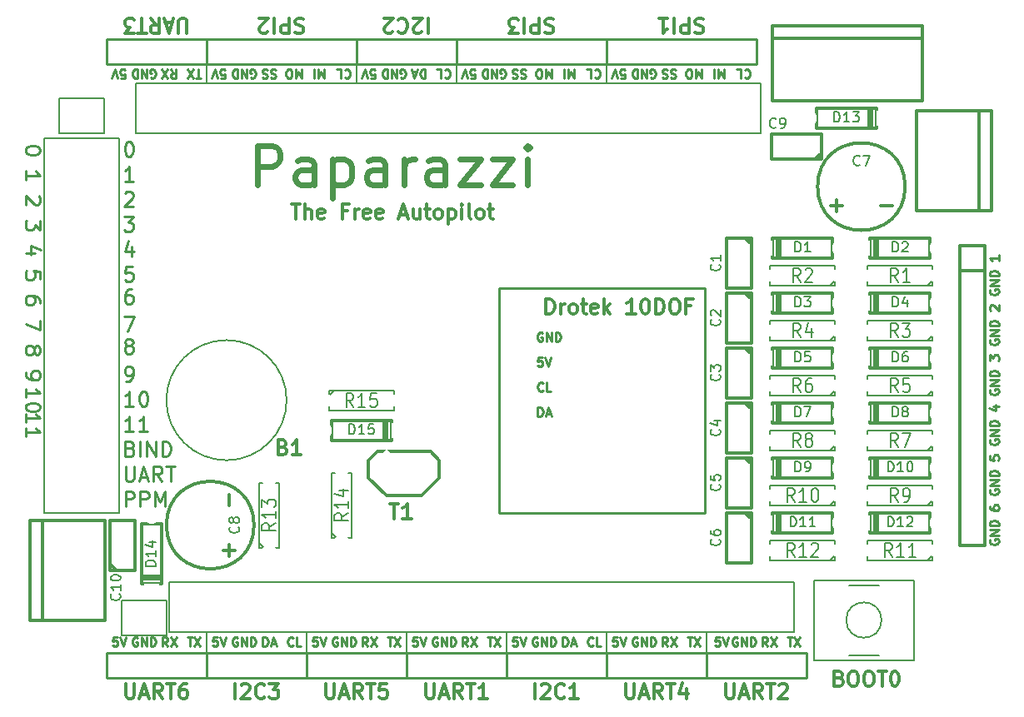
<source format=gto>
G04 (created by PCBNEW (2013-07-07 BZR 4022)-stable) date 07/04/2014 23:08:49*
%MOIN*%
G04 Gerber Fmt 3.4, Leading zero omitted, Abs format*
%FSLAX34Y34*%
G01*
G70*
G90*
G04 APERTURE LIST*
%ADD10C,0.00590551*%
%ADD11C,0.011811*%
%ADD12C,0.023622*%
%ADD13C,0.00885827*%
%ADD14C,0.00787402*%
%ADD15C,0.00984252*%
%ADD16C,0.012*%
%ADD17C,0.01*%
%ADD18C,0.008*%
%ADD19C,0.0670551*%
%ADD20R,0.088X0.088*%
%ADD21R,0.038X0.128*%
%ADD22R,0.128X0.038*%
%ADD23R,0.063X0.063*%
%ADD24C,0.063*%
%ADD25R,0.068X0.068*%
%ADD26C,0.068*%
%ADD27R,0.108X0.108*%
%ADD28C,0.108*%
%ADD29C,0.20485*%
%ADD30C,0.078*%
%ADD31R,0.078X0.078*%
G04 APERTURE END LIST*
G54D10*
G54D11*
X47714Y-36648D02*
X48052Y-36648D01*
X47883Y-37239D02*
X47883Y-36648D01*
X48248Y-37239D02*
X48248Y-36648D01*
X48501Y-37239D02*
X48501Y-36929D01*
X48473Y-36873D01*
X48417Y-36845D01*
X48333Y-36845D01*
X48276Y-36873D01*
X48248Y-36901D01*
X49008Y-37210D02*
X48951Y-37239D01*
X48839Y-37239D01*
X48783Y-37210D01*
X48755Y-37154D01*
X48755Y-36929D01*
X48783Y-36873D01*
X48839Y-36845D01*
X48951Y-36845D01*
X49008Y-36873D01*
X49036Y-36929D01*
X49036Y-36985D01*
X48755Y-37042D01*
X49936Y-36929D02*
X49739Y-36929D01*
X49739Y-37239D02*
X49739Y-36648D01*
X50020Y-36648D01*
X50245Y-37239D02*
X50245Y-36845D01*
X50245Y-36957D02*
X50273Y-36901D01*
X50301Y-36873D01*
X50357Y-36845D01*
X50414Y-36845D01*
X50836Y-37210D02*
X50779Y-37239D01*
X50667Y-37239D01*
X50611Y-37210D01*
X50582Y-37154D01*
X50582Y-36929D01*
X50611Y-36873D01*
X50667Y-36845D01*
X50779Y-36845D01*
X50836Y-36873D01*
X50864Y-36929D01*
X50864Y-36985D01*
X50582Y-37042D01*
X51342Y-37210D02*
X51285Y-37239D01*
X51173Y-37239D01*
X51117Y-37210D01*
X51089Y-37154D01*
X51089Y-36929D01*
X51117Y-36873D01*
X51173Y-36845D01*
X51285Y-36845D01*
X51342Y-36873D01*
X51370Y-36929D01*
X51370Y-36985D01*
X51089Y-37042D01*
X52045Y-37070D02*
X52326Y-37070D01*
X51989Y-37239D02*
X52185Y-36648D01*
X52382Y-37239D01*
X52832Y-36845D02*
X52832Y-37239D01*
X52579Y-36845D02*
X52579Y-37154D01*
X52607Y-37210D01*
X52663Y-37239D01*
X52748Y-37239D01*
X52804Y-37210D01*
X52832Y-37182D01*
X53029Y-36845D02*
X53254Y-36845D01*
X53113Y-36648D02*
X53113Y-37154D01*
X53142Y-37210D01*
X53198Y-37239D01*
X53254Y-37239D01*
X53535Y-37239D02*
X53479Y-37210D01*
X53451Y-37182D01*
X53423Y-37126D01*
X53423Y-36957D01*
X53451Y-36901D01*
X53479Y-36873D01*
X53535Y-36845D01*
X53620Y-36845D01*
X53676Y-36873D01*
X53704Y-36901D01*
X53732Y-36957D01*
X53732Y-37126D01*
X53704Y-37182D01*
X53676Y-37210D01*
X53620Y-37239D01*
X53535Y-37239D01*
X53985Y-36845D02*
X53985Y-37435D01*
X53985Y-36873D02*
X54041Y-36845D01*
X54154Y-36845D01*
X54210Y-36873D01*
X54238Y-36901D01*
X54266Y-36957D01*
X54266Y-37126D01*
X54238Y-37182D01*
X54210Y-37210D01*
X54154Y-37239D01*
X54041Y-37239D01*
X53985Y-37210D01*
X54519Y-37239D02*
X54519Y-36845D01*
X54519Y-36648D02*
X54491Y-36676D01*
X54519Y-36704D01*
X54548Y-36676D01*
X54519Y-36648D01*
X54519Y-36704D01*
X54885Y-37239D02*
X54829Y-37210D01*
X54801Y-37154D01*
X54801Y-36648D01*
X55194Y-37239D02*
X55138Y-37210D01*
X55110Y-37182D01*
X55082Y-37126D01*
X55082Y-36957D01*
X55110Y-36901D01*
X55138Y-36873D01*
X55194Y-36845D01*
X55279Y-36845D01*
X55335Y-36873D01*
X55363Y-36901D01*
X55391Y-36957D01*
X55391Y-37126D01*
X55363Y-37182D01*
X55335Y-37210D01*
X55279Y-37239D01*
X55194Y-37239D01*
X55560Y-36845D02*
X55785Y-36845D01*
X55644Y-36648D02*
X55644Y-37154D01*
X55672Y-37210D01*
X55729Y-37239D01*
X55785Y-37239D01*
G54D12*
X46350Y-35887D02*
X46350Y-34312D01*
X46950Y-34312D01*
X47100Y-34387D01*
X47175Y-34462D01*
X47250Y-34612D01*
X47250Y-34837D01*
X47175Y-34987D01*
X47100Y-35062D01*
X46950Y-35137D01*
X46350Y-35137D01*
X48600Y-35887D02*
X48600Y-35062D01*
X48525Y-34912D01*
X48375Y-34837D01*
X48075Y-34837D01*
X47925Y-34912D01*
X48600Y-35812D02*
X48450Y-35887D01*
X48075Y-35887D01*
X47925Y-35812D01*
X47850Y-35662D01*
X47850Y-35512D01*
X47925Y-35362D01*
X48075Y-35287D01*
X48450Y-35287D01*
X48600Y-35212D01*
X49350Y-34837D02*
X49350Y-36412D01*
X49350Y-34912D02*
X49500Y-34837D01*
X49800Y-34837D01*
X49950Y-34912D01*
X50025Y-34987D01*
X50100Y-35137D01*
X50100Y-35587D01*
X50025Y-35737D01*
X49950Y-35812D01*
X49800Y-35887D01*
X49500Y-35887D01*
X49350Y-35812D01*
X51450Y-35887D02*
X51450Y-35062D01*
X51375Y-34912D01*
X51225Y-34837D01*
X50925Y-34837D01*
X50775Y-34912D01*
X51450Y-35812D02*
X51300Y-35887D01*
X50925Y-35887D01*
X50775Y-35812D01*
X50700Y-35662D01*
X50700Y-35512D01*
X50775Y-35362D01*
X50925Y-35287D01*
X51300Y-35287D01*
X51450Y-35212D01*
X52199Y-35887D02*
X52199Y-34837D01*
X52199Y-35137D02*
X52274Y-34987D01*
X52349Y-34912D01*
X52499Y-34837D01*
X52649Y-34837D01*
X53849Y-35887D02*
X53849Y-35062D01*
X53774Y-34912D01*
X53624Y-34837D01*
X53324Y-34837D01*
X53174Y-34912D01*
X53849Y-35812D02*
X53699Y-35887D01*
X53324Y-35887D01*
X53174Y-35812D01*
X53099Y-35662D01*
X53099Y-35512D01*
X53174Y-35362D01*
X53324Y-35287D01*
X53699Y-35287D01*
X53849Y-35212D01*
X54449Y-34837D02*
X55274Y-34837D01*
X54449Y-35887D01*
X55274Y-35887D01*
X55724Y-34837D02*
X56549Y-34837D01*
X55724Y-35887D01*
X56549Y-35887D01*
X57149Y-35887D02*
X57149Y-34837D01*
X57149Y-34312D02*
X57074Y-34387D01*
X57149Y-34462D01*
X57224Y-34387D01*
X57149Y-34312D01*
X57149Y-34462D01*
G54D11*
X71275Y-36714D02*
X71724Y-36714D01*
X69275Y-36714D02*
X69724Y-36714D01*
X69500Y-36939D02*
X69500Y-36489D01*
X45214Y-48724D02*
X45214Y-48275D01*
X44975Y-50514D02*
X45424Y-50514D01*
X45200Y-50739D02*
X45200Y-50289D01*
X57889Y-41039D02*
X57889Y-40448D01*
X58030Y-40448D01*
X58114Y-40476D01*
X58170Y-40532D01*
X58198Y-40589D01*
X58226Y-40701D01*
X58226Y-40785D01*
X58198Y-40898D01*
X58170Y-40954D01*
X58114Y-41010D01*
X58030Y-41039D01*
X57889Y-41039D01*
X58479Y-41039D02*
X58479Y-40645D01*
X58479Y-40757D02*
X58508Y-40701D01*
X58536Y-40673D01*
X58592Y-40645D01*
X58648Y-40645D01*
X58929Y-41039D02*
X58873Y-41010D01*
X58845Y-40982D01*
X58817Y-40926D01*
X58817Y-40757D01*
X58845Y-40701D01*
X58873Y-40673D01*
X58929Y-40645D01*
X59014Y-40645D01*
X59070Y-40673D01*
X59098Y-40701D01*
X59126Y-40757D01*
X59126Y-40926D01*
X59098Y-40982D01*
X59070Y-41010D01*
X59014Y-41039D01*
X58929Y-41039D01*
X59295Y-40645D02*
X59520Y-40645D01*
X59379Y-40448D02*
X59379Y-40954D01*
X59407Y-41010D01*
X59464Y-41039D01*
X59520Y-41039D01*
X59942Y-41010D02*
X59886Y-41039D01*
X59773Y-41039D01*
X59717Y-41010D01*
X59689Y-40954D01*
X59689Y-40729D01*
X59717Y-40673D01*
X59773Y-40645D01*
X59886Y-40645D01*
X59942Y-40673D01*
X59970Y-40729D01*
X59970Y-40785D01*
X59689Y-40842D01*
X60223Y-41039D02*
X60223Y-40448D01*
X60279Y-40814D02*
X60448Y-41039D01*
X60448Y-40645D02*
X60223Y-40870D01*
X61460Y-41039D02*
X61123Y-41039D01*
X61292Y-41039D02*
X61292Y-40448D01*
X61235Y-40532D01*
X61179Y-40589D01*
X61123Y-40617D01*
X61826Y-40448D02*
X61882Y-40448D01*
X61938Y-40476D01*
X61967Y-40504D01*
X61995Y-40560D01*
X62023Y-40673D01*
X62023Y-40814D01*
X61995Y-40926D01*
X61967Y-40982D01*
X61938Y-41010D01*
X61882Y-41039D01*
X61826Y-41039D01*
X61770Y-41010D01*
X61742Y-40982D01*
X61713Y-40926D01*
X61685Y-40814D01*
X61685Y-40673D01*
X61713Y-40560D01*
X61742Y-40504D01*
X61770Y-40476D01*
X61826Y-40448D01*
X62276Y-41039D02*
X62276Y-40448D01*
X62416Y-40448D01*
X62501Y-40476D01*
X62557Y-40532D01*
X62585Y-40589D01*
X62613Y-40701D01*
X62613Y-40785D01*
X62585Y-40898D01*
X62557Y-40954D01*
X62501Y-41010D01*
X62416Y-41039D01*
X62276Y-41039D01*
X62979Y-40448D02*
X63091Y-40448D01*
X63148Y-40476D01*
X63204Y-40532D01*
X63232Y-40645D01*
X63232Y-40842D01*
X63204Y-40954D01*
X63148Y-41010D01*
X63091Y-41039D01*
X62979Y-41039D01*
X62923Y-41010D01*
X62866Y-40954D01*
X62838Y-40842D01*
X62838Y-40645D01*
X62866Y-40532D01*
X62923Y-40476D01*
X62979Y-40448D01*
X63682Y-40729D02*
X63485Y-40729D01*
X63485Y-41039D02*
X63485Y-40448D01*
X63766Y-40448D01*
G54D13*
X57555Y-45143D02*
X57555Y-44789D01*
X57639Y-44789D01*
X57690Y-44805D01*
X57724Y-44839D01*
X57740Y-44873D01*
X57757Y-44940D01*
X57757Y-44991D01*
X57740Y-45059D01*
X57724Y-45092D01*
X57690Y-45126D01*
X57639Y-45143D01*
X57555Y-45143D01*
X57892Y-45042D02*
X58061Y-45042D01*
X57859Y-45143D02*
X57977Y-44789D01*
X58095Y-45143D01*
X57766Y-44109D02*
X57749Y-44126D01*
X57698Y-44143D01*
X57665Y-44143D01*
X57614Y-44126D01*
X57580Y-44092D01*
X57563Y-44059D01*
X57546Y-43991D01*
X57546Y-43940D01*
X57563Y-43873D01*
X57580Y-43839D01*
X57614Y-43805D01*
X57665Y-43789D01*
X57698Y-43789D01*
X57749Y-43805D01*
X57766Y-43822D01*
X58086Y-44143D02*
X57918Y-44143D01*
X57918Y-43789D01*
X57732Y-42789D02*
X57563Y-42789D01*
X57546Y-42957D01*
X57563Y-42940D01*
X57597Y-42924D01*
X57681Y-42924D01*
X57715Y-42940D01*
X57732Y-42957D01*
X57749Y-42991D01*
X57749Y-43075D01*
X57732Y-43109D01*
X57715Y-43126D01*
X57681Y-43143D01*
X57597Y-43143D01*
X57563Y-43126D01*
X57546Y-43109D01*
X57850Y-42789D02*
X57968Y-43143D01*
X58086Y-42789D01*
X57730Y-41805D02*
X57696Y-41789D01*
X57645Y-41789D01*
X57595Y-41805D01*
X57561Y-41839D01*
X57544Y-41873D01*
X57527Y-41940D01*
X57527Y-41991D01*
X57544Y-42059D01*
X57561Y-42092D01*
X57595Y-42126D01*
X57645Y-42143D01*
X57679Y-42143D01*
X57730Y-42126D01*
X57746Y-42109D01*
X57746Y-41991D01*
X57679Y-41991D01*
X57898Y-42143D02*
X57898Y-41789D01*
X58101Y-42143D01*
X58101Y-41789D01*
X58269Y-42143D02*
X58269Y-41789D01*
X58354Y-41789D01*
X58404Y-41805D01*
X58438Y-41839D01*
X58455Y-41873D01*
X58472Y-41940D01*
X58472Y-41991D01*
X58455Y-42059D01*
X58438Y-42092D01*
X58404Y-42126D01*
X58354Y-42143D01*
X58269Y-42143D01*
X41246Y-46429D02*
X41331Y-46457D01*
X41359Y-46485D01*
X41387Y-46542D01*
X41387Y-46626D01*
X41359Y-46682D01*
X41331Y-46710D01*
X41275Y-46739D01*
X41050Y-46739D01*
X41050Y-46148D01*
X41246Y-46148D01*
X41303Y-46176D01*
X41331Y-46204D01*
X41359Y-46260D01*
X41359Y-46317D01*
X41331Y-46373D01*
X41303Y-46401D01*
X41246Y-46429D01*
X41050Y-46429D01*
X41640Y-46739D02*
X41640Y-46148D01*
X41921Y-46739D02*
X41921Y-46148D01*
X42259Y-46739D01*
X42259Y-46148D01*
X42540Y-46739D02*
X42540Y-46148D01*
X42681Y-46148D01*
X42765Y-46176D01*
X42821Y-46232D01*
X42849Y-46289D01*
X42878Y-46401D01*
X42878Y-46485D01*
X42849Y-46598D01*
X42821Y-46654D01*
X42765Y-46710D01*
X42681Y-46739D01*
X42540Y-46739D01*
X47069Y-31273D02*
X47019Y-31256D01*
X46934Y-31256D01*
X46901Y-31273D01*
X46884Y-31290D01*
X46867Y-31324D01*
X46867Y-31357D01*
X46884Y-31391D01*
X46901Y-31408D01*
X46934Y-31425D01*
X47002Y-31442D01*
X47036Y-31459D01*
X47053Y-31475D01*
X47069Y-31509D01*
X47069Y-31543D01*
X47053Y-31577D01*
X47036Y-31594D01*
X47002Y-31610D01*
X46918Y-31610D01*
X46867Y-31594D01*
X46732Y-31273D02*
X46681Y-31256D01*
X46597Y-31256D01*
X46563Y-31273D01*
X46546Y-31290D01*
X46530Y-31324D01*
X46530Y-31357D01*
X46546Y-31391D01*
X46563Y-31408D01*
X46597Y-31425D01*
X46665Y-31442D01*
X46698Y-31459D01*
X46715Y-31475D01*
X46732Y-31509D01*
X46732Y-31543D01*
X46715Y-31577D01*
X46698Y-31594D01*
X46665Y-31610D01*
X46580Y-31610D01*
X46530Y-31594D01*
X48103Y-31256D02*
X48103Y-31610D01*
X47985Y-31357D01*
X47867Y-31610D01*
X47867Y-31256D01*
X47631Y-31610D02*
X47563Y-31610D01*
X47530Y-31594D01*
X47496Y-31560D01*
X47479Y-31492D01*
X47479Y-31374D01*
X47496Y-31307D01*
X47530Y-31273D01*
X47563Y-31256D01*
X47631Y-31256D01*
X47665Y-31273D01*
X47698Y-31307D01*
X47715Y-31374D01*
X47715Y-31492D01*
X47698Y-31560D01*
X47665Y-31594D01*
X47631Y-31610D01*
X49002Y-31256D02*
X49002Y-31610D01*
X48884Y-31357D01*
X48766Y-31610D01*
X48766Y-31256D01*
X48597Y-31256D02*
X48597Y-31610D01*
X49833Y-31290D02*
X49850Y-31273D01*
X49901Y-31256D01*
X49934Y-31256D01*
X49985Y-31273D01*
X50019Y-31307D01*
X50036Y-31340D01*
X50053Y-31408D01*
X50053Y-31459D01*
X50036Y-31526D01*
X50019Y-31560D01*
X49985Y-31594D01*
X49934Y-31610D01*
X49901Y-31610D01*
X49850Y-31594D01*
X49833Y-31577D01*
X49513Y-31256D02*
X49681Y-31256D01*
X49681Y-31610D01*
X58103Y-31256D02*
X58103Y-31610D01*
X57985Y-31357D01*
X57867Y-31610D01*
X57867Y-31256D01*
X57631Y-31610D02*
X57563Y-31610D01*
X57530Y-31594D01*
X57496Y-31560D01*
X57479Y-31492D01*
X57479Y-31374D01*
X57496Y-31307D01*
X57530Y-31273D01*
X57563Y-31256D01*
X57631Y-31256D01*
X57665Y-31273D01*
X57698Y-31307D01*
X57715Y-31374D01*
X57715Y-31492D01*
X57698Y-31560D01*
X57665Y-31594D01*
X57631Y-31610D01*
X57069Y-31273D02*
X57019Y-31256D01*
X56934Y-31256D01*
X56901Y-31273D01*
X56884Y-31290D01*
X56867Y-31324D01*
X56867Y-31357D01*
X56884Y-31391D01*
X56901Y-31408D01*
X56934Y-31425D01*
X57002Y-31442D01*
X57036Y-31459D01*
X57053Y-31475D01*
X57069Y-31509D01*
X57069Y-31543D01*
X57053Y-31577D01*
X57036Y-31594D01*
X57002Y-31610D01*
X56918Y-31610D01*
X56867Y-31594D01*
X56732Y-31273D02*
X56681Y-31256D01*
X56597Y-31256D01*
X56563Y-31273D01*
X56546Y-31290D01*
X56530Y-31324D01*
X56530Y-31357D01*
X56546Y-31391D01*
X56563Y-31408D01*
X56597Y-31425D01*
X56665Y-31442D01*
X56698Y-31459D01*
X56715Y-31475D01*
X56732Y-31509D01*
X56732Y-31543D01*
X56715Y-31577D01*
X56698Y-31594D01*
X56665Y-31610D01*
X56580Y-31610D01*
X56530Y-31594D01*
X59002Y-31256D02*
X59002Y-31610D01*
X58884Y-31357D01*
X58766Y-31610D01*
X58766Y-31256D01*
X58597Y-31256D02*
X58597Y-31610D01*
X59833Y-31290D02*
X59850Y-31273D01*
X59901Y-31256D01*
X59934Y-31256D01*
X59985Y-31273D01*
X60019Y-31307D01*
X60036Y-31340D01*
X60053Y-31408D01*
X60053Y-31459D01*
X60036Y-31526D01*
X60019Y-31560D01*
X59985Y-31594D01*
X59934Y-31610D01*
X59901Y-31610D01*
X59850Y-31594D01*
X59833Y-31577D01*
X59513Y-31256D02*
X59681Y-31256D01*
X59681Y-31610D01*
X64103Y-31256D02*
X64103Y-31610D01*
X63985Y-31357D01*
X63867Y-31610D01*
X63867Y-31256D01*
X63631Y-31610D02*
X63563Y-31610D01*
X63530Y-31594D01*
X63496Y-31560D01*
X63479Y-31492D01*
X63479Y-31374D01*
X63496Y-31307D01*
X63530Y-31273D01*
X63563Y-31256D01*
X63631Y-31256D01*
X63665Y-31273D01*
X63698Y-31307D01*
X63715Y-31374D01*
X63715Y-31492D01*
X63698Y-31560D01*
X63665Y-31594D01*
X63631Y-31610D01*
X65002Y-31256D02*
X65002Y-31610D01*
X64884Y-31357D01*
X64766Y-31610D01*
X64766Y-31256D01*
X64597Y-31256D02*
X64597Y-31610D01*
X65833Y-31290D02*
X65850Y-31273D01*
X65901Y-31256D01*
X65934Y-31256D01*
X65985Y-31273D01*
X66019Y-31307D01*
X66036Y-31340D01*
X66053Y-31408D01*
X66053Y-31459D01*
X66036Y-31526D01*
X66019Y-31560D01*
X65985Y-31594D01*
X65934Y-31610D01*
X65901Y-31610D01*
X65850Y-31594D01*
X65833Y-31577D01*
X65513Y-31256D02*
X65681Y-31256D01*
X65681Y-31610D01*
X63069Y-31273D02*
X63019Y-31256D01*
X62934Y-31256D01*
X62901Y-31273D01*
X62884Y-31290D01*
X62867Y-31324D01*
X62867Y-31357D01*
X62884Y-31391D01*
X62901Y-31408D01*
X62934Y-31425D01*
X63002Y-31442D01*
X63036Y-31459D01*
X63053Y-31475D01*
X63069Y-31509D01*
X63069Y-31543D01*
X63053Y-31577D01*
X63036Y-31594D01*
X63002Y-31610D01*
X62918Y-31610D01*
X62867Y-31594D01*
X62732Y-31273D02*
X62681Y-31256D01*
X62597Y-31256D01*
X62563Y-31273D01*
X62546Y-31290D01*
X62530Y-31324D01*
X62530Y-31357D01*
X62546Y-31391D01*
X62563Y-31408D01*
X62597Y-31425D01*
X62665Y-31442D01*
X62698Y-31459D01*
X62715Y-31475D01*
X62732Y-31509D01*
X62732Y-31543D01*
X62715Y-31577D01*
X62698Y-31594D01*
X62665Y-31610D01*
X62580Y-31610D01*
X62530Y-31594D01*
X53044Y-31256D02*
X53044Y-31610D01*
X52960Y-31610D01*
X52909Y-31594D01*
X52875Y-31560D01*
X52859Y-31526D01*
X52842Y-31459D01*
X52842Y-31408D01*
X52859Y-31340D01*
X52875Y-31307D01*
X52909Y-31273D01*
X52960Y-31256D01*
X53044Y-31256D01*
X52707Y-31357D02*
X52538Y-31357D01*
X52740Y-31256D02*
X52622Y-31610D01*
X52504Y-31256D01*
X53833Y-31290D02*
X53850Y-31273D01*
X53901Y-31256D01*
X53934Y-31256D01*
X53985Y-31273D01*
X54019Y-31307D01*
X54036Y-31340D01*
X54053Y-31408D01*
X54053Y-31459D01*
X54036Y-31526D01*
X54019Y-31560D01*
X53985Y-31594D01*
X53934Y-31610D01*
X53901Y-31610D01*
X53850Y-31594D01*
X53833Y-31577D01*
X53513Y-31256D02*
X53681Y-31256D01*
X53681Y-31610D01*
G54D14*
X60300Y-31050D02*
X60300Y-31800D01*
X54300Y-31050D02*
X54300Y-31800D01*
X50300Y-31050D02*
X50300Y-31800D01*
X44300Y-31100D02*
X44300Y-31800D01*
X64300Y-54650D02*
X64300Y-53800D01*
X60300Y-54650D02*
X60300Y-53800D01*
X56300Y-54600D02*
X56300Y-53800D01*
X52300Y-54650D02*
X52300Y-53800D01*
X48300Y-54600D02*
X48300Y-53800D01*
X44300Y-54650D02*
X44300Y-53800D01*
G54D13*
X59766Y-54309D02*
X59749Y-54326D01*
X59698Y-54343D01*
X59665Y-54343D01*
X59614Y-54326D01*
X59580Y-54292D01*
X59563Y-54259D01*
X59546Y-54191D01*
X59546Y-54140D01*
X59563Y-54073D01*
X59580Y-54039D01*
X59614Y-54005D01*
X59665Y-53989D01*
X59698Y-53989D01*
X59749Y-54005D01*
X59766Y-54022D01*
X60086Y-54343D02*
X59918Y-54343D01*
X59918Y-53989D01*
X58555Y-54343D02*
X58555Y-53989D01*
X58639Y-53989D01*
X58690Y-54005D01*
X58724Y-54039D01*
X58740Y-54073D01*
X58757Y-54140D01*
X58757Y-54191D01*
X58740Y-54259D01*
X58724Y-54292D01*
X58690Y-54326D01*
X58639Y-54343D01*
X58555Y-54343D01*
X58892Y-54242D02*
X59061Y-54242D01*
X58859Y-54343D02*
X58977Y-53989D01*
X59095Y-54343D01*
X47766Y-54309D02*
X47749Y-54326D01*
X47698Y-54343D01*
X47665Y-54343D01*
X47614Y-54326D01*
X47580Y-54292D01*
X47563Y-54259D01*
X47546Y-54191D01*
X47546Y-54140D01*
X47563Y-54073D01*
X47580Y-54039D01*
X47614Y-54005D01*
X47665Y-53989D01*
X47698Y-53989D01*
X47749Y-54005D01*
X47766Y-54022D01*
X48086Y-54343D02*
X47918Y-54343D01*
X47918Y-53989D01*
X46555Y-54343D02*
X46555Y-53989D01*
X46639Y-53989D01*
X46690Y-54005D01*
X46724Y-54039D01*
X46740Y-54073D01*
X46757Y-54140D01*
X46757Y-54191D01*
X46740Y-54259D01*
X46724Y-54292D01*
X46690Y-54326D01*
X46639Y-54343D01*
X46555Y-54343D01*
X46892Y-54242D02*
X47061Y-54242D01*
X46859Y-54343D02*
X46977Y-53989D01*
X47095Y-54343D01*
X42859Y-31256D02*
X42977Y-31425D01*
X43061Y-31256D02*
X43061Y-31610D01*
X42926Y-31610D01*
X42892Y-31594D01*
X42875Y-31577D01*
X42859Y-31543D01*
X42859Y-31492D01*
X42875Y-31459D01*
X42892Y-31442D01*
X42926Y-31425D01*
X43061Y-31425D01*
X42740Y-31610D02*
X42504Y-31256D01*
X42504Y-31610D02*
X42740Y-31256D01*
X44069Y-31610D02*
X43867Y-31610D01*
X43968Y-31256D02*
X43968Y-31610D01*
X43783Y-31610D02*
X43546Y-31256D01*
X43546Y-31610D02*
X43783Y-31256D01*
X66740Y-54343D02*
X66622Y-54174D01*
X66538Y-54343D02*
X66538Y-53989D01*
X66673Y-53989D01*
X66707Y-54005D01*
X66724Y-54022D01*
X66740Y-54056D01*
X66740Y-54107D01*
X66724Y-54140D01*
X66707Y-54157D01*
X66673Y-54174D01*
X66538Y-54174D01*
X66859Y-53989D02*
X67095Y-54343D01*
X67095Y-53989D02*
X66859Y-54343D01*
X67530Y-53989D02*
X67732Y-53989D01*
X67631Y-54343D02*
X67631Y-53989D01*
X67816Y-53989D02*
X68053Y-54343D01*
X68053Y-53989D02*
X67816Y-54343D01*
X63530Y-53989D02*
X63732Y-53989D01*
X63631Y-54343D02*
X63631Y-53989D01*
X63816Y-53989D02*
X64053Y-54343D01*
X64053Y-53989D02*
X63816Y-54343D01*
X62740Y-54343D02*
X62622Y-54174D01*
X62538Y-54343D02*
X62538Y-53989D01*
X62673Y-53989D01*
X62707Y-54005D01*
X62724Y-54022D01*
X62740Y-54056D01*
X62740Y-54107D01*
X62724Y-54140D01*
X62707Y-54157D01*
X62673Y-54174D01*
X62538Y-54174D01*
X62859Y-53989D02*
X63095Y-54343D01*
X63095Y-53989D02*
X62859Y-54343D01*
X55530Y-53989D02*
X55732Y-53989D01*
X55631Y-54343D02*
X55631Y-53989D01*
X55816Y-53989D02*
X56053Y-54343D01*
X56053Y-53989D02*
X55816Y-54343D01*
X54740Y-54343D02*
X54622Y-54174D01*
X54538Y-54343D02*
X54538Y-53989D01*
X54673Y-53989D01*
X54707Y-54005D01*
X54724Y-54022D01*
X54740Y-54056D01*
X54740Y-54107D01*
X54724Y-54140D01*
X54707Y-54157D01*
X54673Y-54174D01*
X54538Y-54174D01*
X54859Y-53989D02*
X55095Y-54343D01*
X55095Y-53989D02*
X54859Y-54343D01*
X51530Y-53989D02*
X51732Y-53989D01*
X51631Y-54343D02*
X51631Y-53989D01*
X51816Y-53989D02*
X52053Y-54343D01*
X52053Y-53989D02*
X51816Y-54343D01*
X50740Y-54343D02*
X50622Y-54174D01*
X50538Y-54343D02*
X50538Y-53989D01*
X50673Y-53989D01*
X50707Y-54005D01*
X50724Y-54022D01*
X50740Y-54056D01*
X50740Y-54107D01*
X50724Y-54140D01*
X50707Y-54157D01*
X50673Y-54174D01*
X50538Y-54174D01*
X50859Y-53989D02*
X51095Y-54343D01*
X51095Y-53989D02*
X50859Y-54343D01*
X43530Y-53989D02*
X43732Y-53989D01*
X43631Y-54343D02*
X43631Y-53989D01*
X43816Y-53989D02*
X44053Y-54343D01*
X44053Y-53989D02*
X43816Y-54343D01*
X42740Y-54343D02*
X42622Y-54174D01*
X42538Y-54343D02*
X42538Y-53989D01*
X42673Y-53989D01*
X42707Y-54005D01*
X42724Y-54022D01*
X42740Y-54056D01*
X42740Y-54107D01*
X42724Y-54140D01*
X42707Y-54157D01*
X42673Y-54174D01*
X42538Y-54174D01*
X42859Y-53989D02*
X43095Y-54343D01*
X43095Y-53989D02*
X42859Y-54343D01*
G54D11*
X47360Y-46379D02*
X47445Y-46407D01*
X47473Y-46435D01*
X47501Y-46492D01*
X47501Y-46576D01*
X47473Y-46632D01*
X47445Y-46660D01*
X47389Y-46689D01*
X47164Y-46689D01*
X47164Y-46098D01*
X47360Y-46098D01*
X47417Y-46126D01*
X47445Y-46154D01*
X47473Y-46210D01*
X47473Y-46267D01*
X47445Y-46323D01*
X47417Y-46351D01*
X47360Y-46379D01*
X47164Y-46379D01*
X48064Y-46689D02*
X47726Y-46689D01*
X47895Y-46689D02*
X47895Y-46098D01*
X47839Y-46182D01*
X47782Y-46239D01*
X47726Y-46267D01*
G54D13*
X41062Y-48739D02*
X41062Y-48148D01*
X41287Y-48148D01*
X41343Y-48176D01*
X41371Y-48204D01*
X41400Y-48260D01*
X41400Y-48345D01*
X41371Y-48401D01*
X41343Y-48429D01*
X41287Y-48457D01*
X41062Y-48457D01*
X41653Y-48739D02*
X41653Y-48148D01*
X41878Y-48148D01*
X41934Y-48176D01*
X41962Y-48204D01*
X41990Y-48260D01*
X41990Y-48345D01*
X41962Y-48401D01*
X41934Y-48429D01*
X41878Y-48457D01*
X41653Y-48457D01*
X42243Y-48739D02*
X42243Y-48148D01*
X42440Y-48570D01*
X42637Y-48148D01*
X42637Y-48739D01*
X41057Y-47148D02*
X41057Y-47626D01*
X41086Y-47682D01*
X41114Y-47710D01*
X41170Y-47739D01*
X41282Y-47739D01*
X41339Y-47710D01*
X41367Y-47682D01*
X41395Y-47626D01*
X41395Y-47148D01*
X41648Y-47570D02*
X41929Y-47570D01*
X41592Y-47739D02*
X41789Y-47148D01*
X41985Y-47739D01*
X42520Y-47739D02*
X42323Y-47457D01*
X42182Y-47739D02*
X42182Y-47148D01*
X42407Y-47148D01*
X42464Y-47176D01*
X42492Y-47204D01*
X42520Y-47260D01*
X42520Y-47345D01*
X42492Y-47401D01*
X42464Y-47429D01*
X42407Y-47457D01*
X42182Y-47457D01*
X42688Y-47148D02*
X43026Y-47148D01*
X42857Y-47739D02*
X42857Y-47148D01*
X41387Y-45739D02*
X41050Y-45739D01*
X41218Y-45739D02*
X41218Y-45148D01*
X41162Y-45232D01*
X41106Y-45289D01*
X41050Y-45317D01*
X41949Y-45739D02*
X41612Y-45739D01*
X41781Y-45739D02*
X41781Y-45148D01*
X41724Y-45232D01*
X41668Y-45289D01*
X41612Y-45317D01*
X41387Y-44739D02*
X41050Y-44739D01*
X41218Y-44739D02*
X41218Y-44148D01*
X41162Y-44232D01*
X41106Y-44289D01*
X41050Y-44317D01*
X41753Y-44148D02*
X41809Y-44148D01*
X41865Y-44176D01*
X41893Y-44204D01*
X41921Y-44260D01*
X41949Y-44373D01*
X41949Y-44514D01*
X41921Y-44626D01*
X41893Y-44682D01*
X41865Y-44710D01*
X41809Y-44739D01*
X41753Y-44739D01*
X41696Y-44710D01*
X41668Y-44682D01*
X41640Y-44626D01*
X41612Y-44514D01*
X41612Y-44373D01*
X41640Y-44260D01*
X41668Y-44204D01*
X41696Y-44176D01*
X41753Y-44148D01*
X41087Y-43739D02*
X41200Y-43739D01*
X41256Y-43710D01*
X41284Y-43682D01*
X41340Y-43598D01*
X41368Y-43485D01*
X41368Y-43260D01*
X41340Y-43204D01*
X41312Y-43176D01*
X41256Y-43148D01*
X41143Y-43148D01*
X41087Y-43176D01*
X41059Y-43204D01*
X41031Y-43260D01*
X41031Y-43401D01*
X41059Y-43457D01*
X41087Y-43485D01*
X41143Y-43514D01*
X41256Y-43514D01*
X41312Y-43485D01*
X41340Y-43457D01*
X41368Y-43401D01*
X41143Y-42301D02*
X41087Y-42273D01*
X41059Y-42245D01*
X41031Y-42189D01*
X41031Y-42160D01*
X41059Y-42104D01*
X41087Y-42076D01*
X41143Y-42048D01*
X41256Y-42048D01*
X41312Y-42076D01*
X41340Y-42104D01*
X41368Y-42160D01*
X41368Y-42189D01*
X41340Y-42245D01*
X41312Y-42273D01*
X41256Y-42301D01*
X41143Y-42301D01*
X41087Y-42329D01*
X41059Y-42357D01*
X41031Y-42414D01*
X41031Y-42526D01*
X41059Y-42582D01*
X41087Y-42610D01*
X41143Y-42639D01*
X41256Y-42639D01*
X41312Y-42610D01*
X41340Y-42582D01*
X41368Y-42526D01*
X41368Y-42414D01*
X41340Y-42357D01*
X41312Y-42329D01*
X41256Y-42301D01*
X41003Y-41148D02*
X41396Y-41148D01*
X41143Y-41739D01*
X41312Y-40048D02*
X41200Y-40048D01*
X41143Y-40076D01*
X41115Y-40104D01*
X41059Y-40189D01*
X41031Y-40301D01*
X41031Y-40526D01*
X41059Y-40582D01*
X41087Y-40610D01*
X41143Y-40639D01*
X41256Y-40639D01*
X41312Y-40610D01*
X41340Y-40582D01*
X41368Y-40526D01*
X41368Y-40385D01*
X41340Y-40329D01*
X41312Y-40301D01*
X41256Y-40273D01*
X41143Y-40273D01*
X41087Y-40301D01*
X41059Y-40329D01*
X41031Y-40385D01*
X41340Y-39148D02*
X41059Y-39148D01*
X41031Y-39429D01*
X41059Y-39401D01*
X41115Y-39373D01*
X41256Y-39373D01*
X41312Y-39401D01*
X41340Y-39429D01*
X41368Y-39485D01*
X41368Y-39626D01*
X41340Y-39682D01*
X41312Y-39710D01*
X41256Y-39739D01*
X41115Y-39739D01*
X41059Y-39710D01*
X41031Y-39682D01*
X41312Y-38345D02*
X41312Y-38739D01*
X41171Y-38120D02*
X41031Y-38542D01*
X41396Y-38542D01*
X41003Y-37148D02*
X41368Y-37148D01*
X41171Y-37373D01*
X41256Y-37373D01*
X41312Y-37401D01*
X41340Y-37429D01*
X41368Y-37485D01*
X41368Y-37626D01*
X41340Y-37682D01*
X41312Y-37710D01*
X41256Y-37739D01*
X41087Y-37739D01*
X41031Y-37710D01*
X41003Y-37682D01*
X41031Y-36204D02*
X41059Y-36176D01*
X41115Y-36148D01*
X41256Y-36148D01*
X41312Y-36176D01*
X41340Y-36204D01*
X41368Y-36260D01*
X41368Y-36317D01*
X41340Y-36401D01*
X41003Y-36739D01*
X41368Y-36739D01*
X41368Y-35739D02*
X41031Y-35739D01*
X41200Y-35739D02*
X41200Y-35148D01*
X41143Y-35232D01*
X41087Y-35289D01*
X41031Y-35317D01*
X41171Y-34148D02*
X41228Y-34148D01*
X41284Y-34176D01*
X41312Y-34204D01*
X41340Y-34260D01*
X41368Y-34373D01*
X41368Y-34514D01*
X41340Y-34626D01*
X41312Y-34682D01*
X41284Y-34710D01*
X41228Y-34739D01*
X41171Y-34739D01*
X41115Y-34710D01*
X41087Y-34682D01*
X41059Y-34626D01*
X41031Y-34514D01*
X41031Y-34373D01*
X41059Y-34260D01*
X41087Y-34204D01*
X41115Y-34176D01*
X41171Y-34148D01*
X37060Y-45387D02*
X37060Y-45050D01*
X37060Y-45218D02*
X37651Y-45218D01*
X37567Y-45162D01*
X37510Y-45106D01*
X37482Y-45050D01*
X37060Y-45949D02*
X37060Y-45612D01*
X37060Y-45781D02*
X37651Y-45781D01*
X37567Y-45724D01*
X37510Y-45668D01*
X37482Y-45612D01*
X37060Y-44387D02*
X37060Y-44050D01*
X37060Y-44218D02*
X37651Y-44218D01*
X37567Y-44162D01*
X37510Y-44106D01*
X37482Y-44050D01*
X37651Y-44753D02*
X37651Y-44809D01*
X37623Y-44865D01*
X37595Y-44893D01*
X37539Y-44921D01*
X37426Y-44949D01*
X37285Y-44949D01*
X37173Y-44921D01*
X37117Y-44893D01*
X37089Y-44865D01*
X37060Y-44809D01*
X37060Y-44753D01*
X37089Y-44696D01*
X37117Y-44668D01*
X37173Y-44640D01*
X37285Y-44612D01*
X37426Y-44612D01*
X37539Y-44640D01*
X37595Y-44668D01*
X37623Y-44696D01*
X37651Y-44753D01*
X37060Y-43387D02*
X37060Y-43500D01*
X37089Y-43556D01*
X37117Y-43584D01*
X37201Y-43640D01*
X37314Y-43668D01*
X37539Y-43668D01*
X37595Y-43640D01*
X37623Y-43612D01*
X37651Y-43556D01*
X37651Y-43443D01*
X37623Y-43387D01*
X37595Y-43359D01*
X37539Y-43331D01*
X37398Y-43331D01*
X37342Y-43359D01*
X37314Y-43387D01*
X37285Y-43443D01*
X37285Y-43556D01*
X37314Y-43612D01*
X37342Y-43640D01*
X37398Y-43668D01*
X37398Y-42443D02*
X37426Y-42387D01*
X37454Y-42359D01*
X37510Y-42331D01*
X37539Y-42331D01*
X37595Y-42359D01*
X37623Y-42387D01*
X37651Y-42443D01*
X37651Y-42556D01*
X37623Y-42612D01*
X37595Y-42640D01*
X37539Y-42668D01*
X37510Y-42668D01*
X37454Y-42640D01*
X37426Y-42612D01*
X37398Y-42556D01*
X37398Y-42443D01*
X37370Y-42387D01*
X37342Y-42359D01*
X37285Y-42331D01*
X37173Y-42331D01*
X37117Y-42359D01*
X37089Y-42387D01*
X37060Y-42443D01*
X37060Y-42556D01*
X37089Y-42612D01*
X37117Y-42640D01*
X37173Y-42668D01*
X37285Y-42668D01*
X37342Y-42640D01*
X37370Y-42612D01*
X37398Y-42556D01*
X37651Y-41303D02*
X37651Y-41696D01*
X37060Y-41443D01*
X37651Y-40612D02*
X37651Y-40500D01*
X37623Y-40443D01*
X37595Y-40415D01*
X37510Y-40359D01*
X37398Y-40331D01*
X37173Y-40331D01*
X37117Y-40359D01*
X37089Y-40387D01*
X37060Y-40443D01*
X37060Y-40556D01*
X37089Y-40612D01*
X37117Y-40640D01*
X37173Y-40668D01*
X37314Y-40668D01*
X37370Y-40640D01*
X37398Y-40612D01*
X37426Y-40556D01*
X37426Y-40443D01*
X37398Y-40387D01*
X37370Y-40359D01*
X37314Y-40331D01*
X37651Y-39640D02*
X37651Y-39359D01*
X37370Y-39331D01*
X37398Y-39359D01*
X37426Y-39415D01*
X37426Y-39556D01*
X37398Y-39612D01*
X37370Y-39640D01*
X37314Y-39668D01*
X37173Y-39668D01*
X37117Y-39640D01*
X37089Y-39612D01*
X37060Y-39556D01*
X37060Y-39415D01*
X37089Y-39359D01*
X37117Y-39331D01*
X37454Y-38612D02*
X37060Y-38612D01*
X37679Y-38471D02*
X37257Y-38331D01*
X37257Y-38696D01*
X37651Y-37303D02*
X37651Y-37668D01*
X37426Y-37471D01*
X37426Y-37556D01*
X37398Y-37612D01*
X37370Y-37640D01*
X37314Y-37668D01*
X37173Y-37668D01*
X37117Y-37640D01*
X37089Y-37612D01*
X37060Y-37556D01*
X37060Y-37387D01*
X37089Y-37331D01*
X37117Y-37303D01*
X37595Y-36331D02*
X37623Y-36359D01*
X37651Y-36415D01*
X37651Y-36556D01*
X37623Y-36612D01*
X37595Y-36640D01*
X37539Y-36668D01*
X37482Y-36668D01*
X37398Y-36640D01*
X37060Y-36303D01*
X37060Y-36668D01*
X37060Y-35668D02*
X37060Y-35331D01*
X37060Y-35500D02*
X37651Y-35500D01*
X37567Y-35443D01*
X37510Y-35387D01*
X37482Y-35331D01*
X37651Y-34471D02*
X37651Y-34528D01*
X37623Y-34584D01*
X37595Y-34612D01*
X37539Y-34640D01*
X37426Y-34668D01*
X37285Y-34668D01*
X37173Y-34640D01*
X37117Y-34612D01*
X37089Y-34584D01*
X37060Y-34528D01*
X37060Y-34471D01*
X37089Y-34415D01*
X37117Y-34387D01*
X37173Y-34359D01*
X37285Y-34331D01*
X37426Y-34331D01*
X37539Y-34359D01*
X37595Y-34387D01*
X37623Y-34415D01*
X37651Y-34471D01*
X75993Y-38698D02*
X75993Y-38901D01*
X75993Y-38800D02*
X75639Y-38800D01*
X75689Y-38833D01*
X75723Y-38867D01*
X75740Y-38901D01*
X75672Y-40901D02*
X75655Y-40884D01*
X75639Y-40850D01*
X75639Y-40766D01*
X75655Y-40732D01*
X75672Y-40715D01*
X75706Y-40698D01*
X75740Y-40698D01*
X75790Y-40715D01*
X75993Y-40918D01*
X75993Y-40698D01*
X75639Y-42918D02*
X75639Y-42698D01*
X75774Y-42816D01*
X75774Y-42766D01*
X75790Y-42732D01*
X75807Y-42715D01*
X75841Y-42698D01*
X75925Y-42698D01*
X75959Y-42715D01*
X75976Y-42732D01*
X75993Y-42766D01*
X75993Y-42867D01*
X75976Y-42901D01*
X75959Y-42918D01*
X75757Y-44732D02*
X75993Y-44732D01*
X75622Y-44816D02*
X75875Y-44901D01*
X75875Y-44681D01*
X75639Y-46715D02*
X75639Y-46884D01*
X75807Y-46901D01*
X75790Y-46884D01*
X75774Y-46850D01*
X75774Y-46766D01*
X75790Y-46732D01*
X75807Y-46715D01*
X75841Y-46698D01*
X75925Y-46698D01*
X75959Y-46715D01*
X75976Y-46732D01*
X75993Y-46766D01*
X75993Y-46850D01*
X75976Y-46884D01*
X75959Y-46901D01*
X75639Y-48732D02*
X75639Y-48800D01*
X75655Y-48833D01*
X75672Y-48850D01*
X75723Y-48884D01*
X75790Y-48901D01*
X75925Y-48901D01*
X75959Y-48884D01*
X75976Y-48867D01*
X75993Y-48833D01*
X75993Y-48766D01*
X75976Y-48732D01*
X75959Y-48715D01*
X75925Y-48698D01*
X75841Y-48698D01*
X75807Y-48715D01*
X75790Y-48732D01*
X75774Y-48766D01*
X75774Y-48833D01*
X75790Y-48867D01*
X75807Y-48884D01*
X75841Y-48901D01*
X75655Y-40069D02*
X75639Y-40103D01*
X75639Y-40154D01*
X75655Y-40204D01*
X75689Y-40238D01*
X75723Y-40255D01*
X75790Y-40272D01*
X75841Y-40272D01*
X75909Y-40255D01*
X75942Y-40238D01*
X75976Y-40204D01*
X75993Y-40154D01*
X75993Y-40120D01*
X75976Y-40069D01*
X75959Y-40053D01*
X75841Y-40053D01*
X75841Y-40120D01*
X75993Y-39901D02*
X75639Y-39901D01*
X75993Y-39698D01*
X75639Y-39698D01*
X75993Y-39530D02*
X75639Y-39530D01*
X75639Y-39445D01*
X75655Y-39395D01*
X75689Y-39361D01*
X75723Y-39344D01*
X75790Y-39327D01*
X75841Y-39327D01*
X75909Y-39344D01*
X75942Y-39361D01*
X75976Y-39395D01*
X75993Y-39445D01*
X75993Y-39530D01*
X75655Y-42069D02*
X75639Y-42103D01*
X75639Y-42154D01*
X75655Y-42204D01*
X75689Y-42238D01*
X75723Y-42255D01*
X75790Y-42272D01*
X75841Y-42272D01*
X75909Y-42255D01*
X75942Y-42238D01*
X75976Y-42204D01*
X75993Y-42154D01*
X75993Y-42120D01*
X75976Y-42069D01*
X75959Y-42053D01*
X75841Y-42053D01*
X75841Y-42120D01*
X75993Y-41901D02*
X75639Y-41901D01*
X75993Y-41698D01*
X75639Y-41698D01*
X75993Y-41530D02*
X75639Y-41530D01*
X75639Y-41445D01*
X75655Y-41395D01*
X75689Y-41361D01*
X75723Y-41344D01*
X75790Y-41327D01*
X75841Y-41327D01*
X75909Y-41344D01*
X75942Y-41361D01*
X75976Y-41395D01*
X75993Y-41445D01*
X75993Y-41530D01*
X75655Y-44069D02*
X75639Y-44103D01*
X75639Y-44154D01*
X75655Y-44204D01*
X75689Y-44238D01*
X75723Y-44255D01*
X75790Y-44272D01*
X75841Y-44272D01*
X75909Y-44255D01*
X75942Y-44238D01*
X75976Y-44204D01*
X75993Y-44154D01*
X75993Y-44120D01*
X75976Y-44069D01*
X75959Y-44053D01*
X75841Y-44053D01*
X75841Y-44120D01*
X75993Y-43901D02*
X75639Y-43901D01*
X75993Y-43698D01*
X75639Y-43698D01*
X75993Y-43530D02*
X75639Y-43530D01*
X75639Y-43445D01*
X75655Y-43395D01*
X75689Y-43361D01*
X75723Y-43344D01*
X75790Y-43327D01*
X75841Y-43327D01*
X75909Y-43344D01*
X75942Y-43361D01*
X75976Y-43395D01*
X75993Y-43445D01*
X75993Y-43530D01*
X75655Y-46069D02*
X75639Y-46103D01*
X75639Y-46154D01*
X75655Y-46204D01*
X75689Y-46238D01*
X75723Y-46255D01*
X75790Y-46272D01*
X75841Y-46272D01*
X75909Y-46255D01*
X75942Y-46238D01*
X75976Y-46204D01*
X75993Y-46154D01*
X75993Y-46120D01*
X75976Y-46069D01*
X75959Y-46053D01*
X75841Y-46053D01*
X75841Y-46120D01*
X75993Y-45901D02*
X75639Y-45901D01*
X75993Y-45698D01*
X75639Y-45698D01*
X75993Y-45530D02*
X75639Y-45530D01*
X75639Y-45445D01*
X75655Y-45395D01*
X75689Y-45361D01*
X75723Y-45344D01*
X75790Y-45327D01*
X75841Y-45327D01*
X75909Y-45344D01*
X75942Y-45361D01*
X75976Y-45395D01*
X75993Y-45445D01*
X75993Y-45530D01*
X75655Y-48069D02*
X75639Y-48103D01*
X75639Y-48154D01*
X75655Y-48204D01*
X75689Y-48238D01*
X75723Y-48255D01*
X75790Y-48272D01*
X75841Y-48272D01*
X75909Y-48255D01*
X75942Y-48238D01*
X75976Y-48204D01*
X75993Y-48154D01*
X75993Y-48120D01*
X75976Y-48069D01*
X75959Y-48053D01*
X75841Y-48053D01*
X75841Y-48120D01*
X75993Y-47901D02*
X75639Y-47901D01*
X75993Y-47698D01*
X75639Y-47698D01*
X75993Y-47530D02*
X75639Y-47530D01*
X75639Y-47445D01*
X75655Y-47395D01*
X75689Y-47361D01*
X75723Y-47344D01*
X75790Y-47327D01*
X75841Y-47327D01*
X75909Y-47344D01*
X75942Y-47361D01*
X75976Y-47395D01*
X75993Y-47445D01*
X75993Y-47530D01*
X75655Y-50069D02*
X75639Y-50103D01*
X75639Y-50154D01*
X75655Y-50204D01*
X75689Y-50238D01*
X75723Y-50255D01*
X75790Y-50272D01*
X75841Y-50272D01*
X75909Y-50255D01*
X75942Y-50238D01*
X75976Y-50204D01*
X75993Y-50154D01*
X75993Y-50120D01*
X75976Y-50069D01*
X75959Y-50053D01*
X75841Y-50053D01*
X75841Y-50120D01*
X75993Y-49901D02*
X75639Y-49901D01*
X75993Y-49698D01*
X75639Y-49698D01*
X75993Y-49530D02*
X75639Y-49530D01*
X75639Y-49445D01*
X75655Y-49395D01*
X75689Y-49361D01*
X75723Y-49344D01*
X75790Y-49327D01*
X75841Y-49327D01*
X75909Y-49344D01*
X75942Y-49361D01*
X75976Y-49395D01*
X75993Y-49445D01*
X75993Y-49530D01*
X62069Y-31594D02*
X62103Y-31610D01*
X62154Y-31610D01*
X62204Y-31594D01*
X62238Y-31560D01*
X62255Y-31526D01*
X62272Y-31459D01*
X62272Y-31408D01*
X62255Y-31340D01*
X62238Y-31307D01*
X62204Y-31273D01*
X62154Y-31256D01*
X62120Y-31256D01*
X62069Y-31273D01*
X62053Y-31290D01*
X62053Y-31408D01*
X62120Y-31408D01*
X61901Y-31256D02*
X61901Y-31610D01*
X61698Y-31256D01*
X61698Y-31610D01*
X61530Y-31256D02*
X61530Y-31610D01*
X61445Y-31610D01*
X61395Y-31594D01*
X61361Y-31560D01*
X61344Y-31526D01*
X61327Y-31459D01*
X61327Y-31408D01*
X61344Y-31340D01*
X61361Y-31307D01*
X61395Y-31273D01*
X61445Y-31256D01*
X61530Y-31256D01*
X60867Y-31610D02*
X61036Y-31610D01*
X61053Y-31442D01*
X61036Y-31459D01*
X61002Y-31475D01*
X60918Y-31475D01*
X60884Y-31459D01*
X60867Y-31442D01*
X60850Y-31408D01*
X60850Y-31324D01*
X60867Y-31290D01*
X60884Y-31273D01*
X60918Y-31256D01*
X61002Y-31256D01*
X61036Y-31273D01*
X61053Y-31290D01*
X60749Y-31610D02*
X60631Y-31256D01*
X60513Y-31610D01*
X56069Y-31594D02*
X56103Y-31610D01*
X56154Y-31610D01*
X56204Y-31594D01*
X56238Y-31560D01*
X56255Y-31526D01*
X56272Y-31459D01*
X56272Y-31408D01*
X56255Y-31340D01*
X56238Y-31307D01*
X56204Y-31273D01*
X56154Y-31256D01*
X56120Y-31256D01*
X56069Y-31273D01*
X56053Y-31290D01*
X56053Y-31408D01*
X56120Y-31408D01*
X55901Y-31256D02*
X55901Y-31610D01*
X55698Y-31256D01*
X55698Y-31610D01*
X55530Y-31256D02*
X55530Y-31610D01*
X55445Y-31610D01*
X55395Y-31594D01*
X55361Y-31560D01*
X55344Y-31526D01*
X55327Y-31459D01*
X55327Y-31408D01*
X55344Y-31340D01*
X55361Y-31307D01*
X55395Y-31273D01*
X55445Y-31256D01*
X55530Y-31256D01*
X54867Y-31610D02*
X55036Y-31610D01*
X55053Y-31442D01*
X55036Y-31459D01*
X55002Y-31475D01*
X54918Y-31475D01*
X54884Y-31459D01*
X54867Y-31442D01*
X54850Y-31408D01*
X54850Y-31324D01*
X54867Y-31290D01*
X54884Y-31273D01*
X54918Y-31256D01*
X55002Y-31256D01*
X55036Y-31273D01*
X55053Y-31290D01*
X54749Y-31610D02*
X54631Y-31256D01*
X54513Y-31610D01*
X50867Y-31610D02*
X51036Y-31610D01*
X51053Y-31442D01*
X51036Y-31459D01*
X51002Y-31475D01*
X50918Y-31475D01*
X50884Y-31459D01*
X50867Y-31442D01*
X50850Y-31408D01*
X50850Y-31324D01*
X50867Y-31290D01*
X50884Y-31273D01*
X50918Y-31256D01*
X51002Y-31256D01*
X51036Y-31273D01*
X51053Y-31290D01*
X50749Y-31610D02*
X50631Y-31256D01*
X50513Y-31610D01*
X52069Y-31594D02*
X52103Y-31610D01*
X52154Y-31610D01*
X52204Y-31594D01*
X52238Y-31560D01*
X52255Y-31526D01*
X52272Y-31459D01*
X52272Y-31408D01*
X52255Y-31340D01*
X52238Y-31307D01*
X52204Y-31273D01*
X52154Y-31256D01*
X52120Y-31256D01*
X52069Y-31273D01*
X52053Y-31290D01*
X52053Y-31408D01*
X52120Y-31408D01*
X51901Y-31256D02*
X51901Y-31610D01*
X51698Y-31256D01*
X51698Y-31610D01*
X51530Y-31256D02*
X51530Y-31610D01*
X51445Y-31610D01*
X51395Y-31594D01*
X51361Y-31560D01*
X51344Y-31526D01*
X51327Y-31459D01*
X51327Y-31408D01*
X51344Y-31340D01*
X51361Y-31307D01*
X51395Y-31273D01*
X51445Y-31256D01*
X51530Y-31256D01*
X44867Y-31610D02*
X45036Y-31610D01*
X45053Y-31442D01*
X45036Y-31459D01*
X45002Y-31475D01*
X44918Y-31475D01*
X44884Y-31459D01*
X44867Y-31442D01*
X44850Y-31408D01*
X44850Y-31324D01*
X44867Y-31290D01*
X44884Y-31273D01*
X44918Y-31256D01*
X45002Y-31256D01*
X45036Y-31273D01*
X45053Y-31290D01*
X44749Y-31610D02*
X44631Y-31256D01*
X44513Y-31610D01*
X46069Y-31594D02*
X46103Y-31610D01*
X46154Y-31610D01*
X46204Y-31594D01*
X46238Y-31560D01*
X46255Y-31526D01*
X46272Y-31459D01*
X46272Y-31408D01*
X46255Y-31340D01*
X46238Y-31307D01*
X46204Y-31273D01*
X46154Y-31256D01*
X46120Y-31256D01*
X46069Y-31273D01*
X46053Y-31290D01*
X46053Y-31408D01*
X46120Y-31408D01*
X45901Y-31256D02*
X45901Y-31610D01*
X45698Y-31256D01*
X45698Y-31610D01*
X45530Y-31256D02*
X45530Y-31610D01*
X45445Y-31610D01*
X45395Y-31594D01*
X45361Y-31560D01*
X45344Y-31526D01*
X45327Y-31459D01*
X45327Y-31408D01*
X45344Y-31340D01*
X45361Y-31307D01*
X45395Y-31273D01*
X45445Y-31256D01*
X45530Y-31256D01*
X40867Y-31610D02*
X41036Y-31610D01*
X41053Y-31442D01*
X41036Y-31459D01*
X41002Y-31475D01*
X40918Y-31475D01*
X40884Y-31459D01*
X40867Y-31442D01*
X40850Y-31408D01*
X40850Y-31324D01*
X40867Y-31290D01*
X40884Y-31273D01*
X40918Y-31256D01*
X41002Y-31256D01*
X41036Y-31273D01*
X41053Y-31290D01*
X40749Y-31610D02*
X40631Y-31256D01*
X40513Y-31610D01*
X42069Y-31594D02*
X42103Y-31610D01*
X42154Y-31610D01*
X42204Y-31594D01*
X42238Y-31560D01*
X42255Y-31526D01*
X42272Y-31459D01*
X42272Y-31408D01*
X42255Y-31340D01*
X42238Y-31307D01*
X42204Y-31273D01*
X42154Y-31256D01*
X42120Y-31256D01*
X42069Y-31273D01*
X42053Y-31290D01*
X42053Y-31408D01*
X42120Y-31408D01*
X41901Y-31256D02*
X41901Y-31610D01*
X41698Y-31256D01*
X41698Y-31610D01*
X41530Y-31256D02*
X41530Y-31610D01*
X41445Y-31610D01*
X41395Y-31594D01*
X41361Y-31560D01*
X41344Y-31526D01*
X41327Y-31459D01*
X41327Y-31408D01*
X41344Y-31340D01*
X41361Y-31307D01*
X41395Y-31273D01*
X41445Y-31256D01*
X41530Y-31256D01*
X64832Y-53989D02*
X64663Y-53989D01*
X64646Y-54157D01*
X64663Y-54140D01*
X64697Y-54124D01*
X64781Y-54124D01*
X64815Y-54140D01*
X64832Y-54157D01*
X64849Y-54191D01*
X64849Y-54275D01*
X64832Y-54309D01*
X64815Y-54326D01*
X64781Y-54343D01*
X64697Y-54343D01*
X64663Y-54326D01*
X64646Y-54309D01*
X64950Y-53989D02*
X65068Y-54343D01*
X65186Y-53989D01*
X65530Y-54005D02*
X65496Y-53989D01*
X65445Y-53989D01*
X65395Y-54005D01*
X65361Y-54039D01*
X65344Y-54073D01*
X65327Y-54140D01*
X65327Y-54191D01*
X65344Y-54259D01*
X65361Y-54292D01*
X65395Y-54326D01*
X65445Y-54343D01*
X65479Y-54343D01*
X65530Y-54326D01*
X65546Y-54309D01*
X65546Y-54191D01*
X65479Y-54191D01*
X65698Y-54343D02*
X65698Y-53989D01*
X65901Y-54343D01*
X65901Y-53989D01*
X66069Y-54343D02*
X66069Y-53989D01*
X66154Y-53989D01*
X66204Y-54005D01*
X66238Y-54039D01*
X66255Y-54073D01*
X66272Y-54140D01*
X66272Y-54191D01*
X66255Y-54259D01*
X66238Y-54292D01*
X66204Y-54326D01*
X66154Y-54343D01*
X66069Y-54343D01*
X60732Y-53989D02*
X60563Y-53989D01*
X60546Y-54157D01*
X60563Y-54140D01*
X60597Y-54124D01*
X60681Y-54124D01*
X60715Y-54140D01*
X60732Y-54157D01*
X60749Y-54191D01*
X60749Y-54275D01*
X60732Y-54309D01*
X60715Y-54326D01*
X60681Y-54343D01*
X60597Y-54343D01*
X60563Y-54326D01*
X60546Y-54309D01*
X60850Y-53989D02*
X60968Y-54343D01*
X61086Y-53989D01*
X61530Y-54005D02*
X61496Y-53989D01*
X61445Y-53989D01*
X61395Y-54005D01*
X61361Y-54039D01*
X61344Y-54073D01*
X61327Y-54140D01*
X61327Y-54191D01*
X61344Y-54259D01*
X61361Y-54292D01*
X61395Y-54326D01*
X61445Y-54343D01*
X61479Y-54343D01*
X61530Y-54326D01*
X61546Y-54309D01*
X61546Y-54191D01*
X61479Y-54191D01*
X61698Y-54343D02*
X61698Y-53989D01*
X61901Y-54343D01*
X61901Y-53989D01*
X62069Y-54343D02*
X62069Y-53989D01*
X62154Y-53989D01*
X62204Y-54005D01*
X62238Y-54039D01*
X62255Y-54073D01*
X62272Y-54140D01*
X62272Y-54191D01*
X62255Y-54259D01*
X62238Y-54292D01*
X62204Y-54326D01*
X62154Y-54343D01*
X62069Y-54343D01*
X56732Y-53989D02*
X56563Y-53989D01*
X56546Y-54157D01*
X56563Y-54140D01*
X56597Y-54124D01*
X56681Y-54124D01*
X56715Y-54140D01*
X56732Y-54157D01*
X56749Y-54191D01*
X56749Y-54275D01*
X56732Y-54309D01*
X56715Y-54326D01*
X56681Y-54343D01*
X56597Y-54343D01*
X56563Y-54326D01*
X56546Y-54309D01*
X56850Y-53989D02*
X56968Y-54343D01*
X57086Y-53989D01*
X57530Y-54005D02*
X57496Y-53989D01*
X57445Y-53989D01*
X57395Y-54005D01*
X57361Y-54039D01*
X57344Y-54073D01*
X57327Y-54140D01*
X57327Y-54191D01*
X57344Y-54259D01*
X57361Y-54292D01*
X57395Y-54326D01*
X57445Y-54343D01*
X57479Y-54343D01*
X57530Y-54326D01*
X57546Y-54309D01*
X57546Y-54191D01*
X57479Y-54191D01*
X57698Y-54343D02*
X57698Y-53989D01*
X57901Y-54343D01*
X57901Y-53989D01*
X58069Y-54343D02*
X58069Y-53989D01*
X58154Y-53989D01*
X58204Y-54005D01*
X58238Y-54039D01*
X58255Y-54073D01*
X58272Y-54140D01*
X58272Y-54191D01*
X58255Y-54259D01*
X58238Y-54292D01*
X58204Y-54326D01*
X58154Y-54343D01*
X58069Y-54343D01*
X52732Y-53989D02*
X52563Y-53989D01*
X52546Y-54157D01*
X52563Y-54140D01*
X52597Y-54124D01*
X52681Y-54124D01*
X52715Y-54140D01*
X52732Y-54157D01*
X52749Y-54191D01*
X52749Y-54275D01*
X52732Y-54309D01*
X52715Y-54326D01*
X52681Y-54343D01*
X52597Y-54343D01*
X52563Y-54326D01*
X52546Y-54309D01*
X52850Y-53989D02*
X52968Y-54343D01*
X53086Y-53989D01*
X53530Y-54005D02*
X53496Y-53989D01*
X53445Y-53989D01*
X53395Y-54005D01*
X53361Y-54039D01*
X53344Y-54073D01*
X53327Y-54140D01*
X53327Y-54191D01*
X53344Y-54259D01*
X53361Y-54292D01*
X53395Y-54326D01*
X53445Y-54343D01*
X53479Y-54343D01*
X53530Y-54326D01*
X53546Y-54309D01*
X53546Y-54191D01*
X53479Y-54191D01*
X53698Y-54343D02*
X53698Y-53989D01*
X53901Y-54343D01*
X53901Y-53989D01*
X54069Y-54343D02*
X54069Y-53989D01*
X54154Y-53989D01*
X54204Y-54005D01*
X54238Y-54039D01*
X54255Y-54073D01*
X54272Y-54140D01*
X54272Y-54191D01*
X54255Y-54259D01*
X54238Y-54292D01*
X54204Y-54326D01*
X54154Y-54343D01*
X54069Y-54343D01*
X40732Y-53989D02*
X40563Y-53989D01*
X40546Y-54157D01*
X40563Y-54140D01*
X40597Y-54124D01*
X40681Y-54124D01*
X40715Y-54140D01*
X40732Y-54157D01*
X40749Y-54191D01*
X40749Y-54275D01*
X40732Y-54309D01*
X40715Y-54326D01*
X40681Y-54343D01*
X40597Y-54343D01*
X40563Y-54326D01*
X40546Y-54309D01*
X40850Y-53989D02*
X40968Y-54343D01*
X41086Y-53989D01*
X41530Y-54005D02*
X41496Y-53989D01*
X41445Y-53989D01*
X41395Y-54005D01*
X41361Y-54039D01*
X41344Y-54073D01*
X41327Y-54140D01*
X41327Y-54191D01*
X41344Y-54259D01*
X41361Y-54292D01*
X41395Y-54326D01*
X41445Y-54343D01*
X41479Y-54343D01*
X41530Y-54326D01*
X41546Y-54309D01*
X41546Y-54191D01*
X41479Y-54191D01*
X41698Y-54343D02*
X41698Y-53989D01*
X41901Y-54343D01*
X41901Y-53989D01*
X42069Y-54343D02*
X42069Y-53989D01*
X42154Y-53989D01*
X42204Y-54005D01*
X42238Y-54039D01*
X42255Y-54073D01*
X42272Y-54140D01*
X42272Y-54191D01*
X42255Y-54259D01*
X42238Y-54292D01*
X42204Y-54326D01*
X42154Y-54343D01*
X42069Y-54343D01*
X48732Y-53989D02*
X48563Y-53989D01*
X48546Y-54157D01*
X48563Y-54140D01*
X48597Y-54124D01*
X48681Y-54124D01*
X48715Y-54140D01*
X48732Y-54157D01*
X48749Y-54191D01*
X48749Y-54275D01*
X48732Y-54309D01*
X48715Y-54326D01*
X48681Y-54343D01*
X48597Y-54343D01*
X48563Y-54326D01*
X48546Y-54309D01*
X48850Y-53989D02*
X48968Y-54343D01*
X49086Y-53989D01*
X49530Y-54005D02*
X49496Y-53989D01*
X49445Y-53989D01*
X49395Y-54005D01*
X49361Y-54039D01*
X49344Y-54073D01*
X49327Y-54140D01*
X49327Y-54191D01*
X49344Y-54259D01*
X49361Y-54292D01*
X49395Y-54326D01*
X49445Y-54343D01*
X49479Y-54343D01*
X49530Y-54326D01*
X49546Y-54309D01*
X49546Y-54191D01*
X49479Y-54191D01*
X49698Y-54343D02*
X49698Y-53989D01*
X49901Y-54343D01*
X49901Y-53989D01*
X50069Y-54343D02*
X50069Y-53989D01*
X50154Y-53989D01*
X50204Y-54005D01*
X50238Y-54039D01*
X50255Y-54073D01*
X50272Y-54140D01*
X50272Y-54191D01*
X50255Y-54259D01*
X50238Y-54292D01*
X50204Y-54326D01*
X50154Y-54343D01*
X50069Y-54343D01*
X45530Y-54005D02*
X45496Y-53989D01*
X45445Y-53989D01*
X45395Y-54005D01*
X45361Y-54039D01*
X45344Y-54073D01*
X45327Y-54140D01*
X45327Y-54191D01*
X45344Y-54259D01*
X45361Y-54292D01*
X45395Y-54326D01*
X45445Y-54343D01*
X45479Y-54343D01*
X45530Y-54326D01*
X45546Y-54309D01*
X45546Y-54191D01*
X45479Y-54191D01*
X45698Y-54343D02*
X45698Y-53989D01*
X45901Y-54343D01*
X45901Y-53989D01*
X46069Y-54343D02*
X46069Y-53989D01*
X46154Y-53989D01*
X46204Y-54005D01*
X46238Y-54039D01*
X46255Y-54073D01*
X46272Y-54140D01*
X46272Y-54191D01*
X46255Y-54259D01*
X46238Y-54292D01*
X46204Y-54326D01*
X46154Y-54343D01*
X46069Y-54343D01*
X44732Y-53989D02*
X44563Y-53989D01*
X44546Y-54157D01*
X44563Y-54140D01*
X44597Y-54124D01*
X44681Y-54124D01*
X44715Y-54140D01*
X44732Y-54157D01*
X44749Y-54191D01*
X44749Y-54275D01*
X44732Y-54309D01*
X44715Y-54326D01*
X44681Y-54343D01*
X44597Y-54343D01*
X44563Y-54326D01*
X44546Y-54309D01*
X44850Y-53989D02*
X44968Y-54343D01*
X45086Y-53989D01*
G54D11*
X69617Y-55629D02*
X69701Y-55657D01*
X69729Y-55685D01*
X69757Y-55742D01*
X69757Y-55826D01*
X69729Y-55882D01*
X69701Y-55910D01*
X69645Y-55939D01*
X69420Y-55939D01*
X69420Y-55348D01*
X69617Y-55348D01*
X69673Y-55376D01*
X69701Y-55404D01*
X69729Y-55460D01*
X69729Y-55517D01*
X69701Y-55573D01*
X69673Y-55601D01*
X69617Y-55629D01*
X69420Y-55629D01*
X70123Y-55348D02*
X70235Y-55348D01*
X70292Y-55376D01*
X70348Y-55432D01*
X70376Y-55545D01*
X70376Y-55742D01*
X70348Y-55854D01*
X70292Y-55910D01*
X70235Y-55939D01*
X70123Y-55939D01*
X70067Y-55910D01*
X70011Y-55854D01*
X69982Y-55742D01*
X69982Y-55545D01*
X70011Y-55432D01*
X70067Y-55376D01*
X70123Y-55348D01*
X70742Y-55348D02*
X70854Y-55348D01*
X70910Y-55376D01*
X70967Y-55432D01*
X70995Y-55545D01*
X70995Y-55742D01*
X70967Y-55854D01*
X70910Y-55910D01*
X70854Y-55939D01*
X70742Y-55939D01*
X70685Y-55910D01*
X70629Y-55854D01*
X70601Y-55742D01*
X70601Y-55545D01*
X70629Y-55432D01*
X70685Y-55376D01*
X70742Y-55348D01*
X71164Y-55348D02*
X71501Y-55348D01*
X71332Y-55939D02*
X71332Y-55348D01*
X71810Y-55348D02*
X71867Y-55348D01*
X71923Y-55376D01*
X71951Y-55404D01*
X71979Y-55460D01*
X72007Y-55573D01*
X72007Y-55714D01*
X71979Y-55826D01*
X71951Y-55882D01*
X71923Y-55910D01*
X71867Y-55939D01*
X71810Y-55939D01*
X71754Y-55910D01*
X71726Y-55882D01*
X71698Y-55826D01*
X71670Y-55714D01*
X71670Y-55573D01*
X71698Y-55460D01*
X71726Y-55404D01*
X71754Y-55376D01*
X71810Y-55348D01*
X64185Y-29239D02*
X64101Y-29210D01*
X63960Y-29210D01*
X63904Y-29239D01*
X63876Y-29267D01*
X63848Y-29323D01*
X63848Y-29379D01*
X63876Y-29435D01*
X63904Y-29464D01*
X63960Y-29492D01*
X64073Y-29520D01*
X64129Y-29548D01*
X64157Y-29576D01*
X64185Y-29632D01*
X64185Y-29689D01*
X64157Y-29745D01*
X64129Y-29773D01*
X64073Y-29801D01*
X63932Y-29801D01*
X63848Y-29773D01*
X63595Y-29210D02*
X63595Y-29801D01*
X63370Y-29801D01*
X63314Y-29773D01*
X63285Y-29745D01*
X63257Y-29689D01*
X63257Y-29604D01*
X63285Y-29548D01*
X63314Y-29520D01*
X63370Y-29492D01*
X63595Y-29492D01*
X63004Y-29210D02*
X63004Y-29801D01*
X62414Y-29210D02*
X62751Y-29210D01*
X62582Y-29210D02*
X62582Y-29801D01*
X62639Y-29717D01*
X62695Y-29660D01*
X62751Y-29632D01*
X58185Y-29239D02*
X58101Y-29210D01*
X57960Y-29210D01*
X57904Y-29239D01*
X57876Y-29267D01*
X57848Y-29323D01*
X57848Y-29379D01*
X57876Y-29435D01*
X57904Y-29464D01*
X57960Y-29492D01*
X58073Y-29520D01*
X58129Y-29548D01*
X58157Y-29576D01*
X58185Y-29632D01*
X58185Y-29689D01*
X58157Y-29745D01*
X58129Y-29773D01*
X58073Y-29801D01*
X57932Y-29801D01*
X57848Y-29773D01*
X57595Y-29210D02*
X57595Y-29801D01*
X57370Y-29801D01*
X57314Y-29773D01*
X57285Y-29745D01*
X57257Y-29689D01*
X57257Y-29604D01*
X57285Y-29548D01*
X57314Y-29520D01*
X57370Y-29492D01*
X57595Y-29492D01*
X57004Y-29210D02*
X57004Y-29801D01*
X56779Y-29801D02*
X56414Y-29801D01*
X56611Y-29576D01*
X56526Y-29576D01*
X56470Y-29548D01*
X56442Y-29520D01*
X56414Y-29464D01*
X56414Y-29323D01*
X56442Y-29267D01*
X56470Y-29239D01*
X56526Y-29210D01*
X56695Y-29210D01*
X56751Y-29239D01*
X56779Y-29267D01*
X53157Y-29210D02*
X53157Y-29801D01*
X52904Y-29745D02*
X52876Y-29773D01*
X52820Y-29801D01*
X52679Y-29801D01*
X52623Y-29773D01*
X52595Y-29745D01*
X52567Y-29689D01*
X52567Y-29632D01*
X52595Y-29548D01*
X52932Y-29210D01*
X52567Y-29210D01*
X51976Y-29267D02*
X52004Y-29239D01*
X52089Y-29210D01*
X52145Y-29210D01*
X52229Y-29239D01*
X52285Y-29295D01*
X52314Y-29351D01*
X52342Y-29464D01*
X52342Y-29548D01*
X52314Y-29660D01*
X52285Y-29717D01*
X52229Y-29773D01*
X52145Y-29801D01*
X52089Y-29801D01*
X52004Y-29773D01*
X51976Y-29745D01*
X51751Y-29745D02*
X51723Y-29773D01*
X51667Y-29801D01*
X51526Y-29801D01*
X51470Y-29773D01*
X51442Y-29745D01*
X51414Y-29689D01*
X51414Y-29632D01*
X51442Y-29548D01*
X51779Y-29210D01*
X51414Y-29210D01*
X48185Y-29239D02*
X48101Y-29210D01*
X47960Y-29210D01*
X47904Y-29239D01*
X47876Y-29267D01*
X47848Y-29323D01*
X47848Y-29379D01*
X47876Y-29435D01*
X47904Y-29464D01*
X47960Y-29492D01*
X48073Y-29520D01*
X48129Y-29548D01*
X48157Y-29576D01*
X48185Y-29632D01*
X48185Y-29689D01*
X48157Y-29745D01*
X48129Y-29773D01*
X48073Y-29801D01*
X47932Y-29801D01*
X47848Y-29773D01*
X47595Y-29210D02*
X47595Y-29801D01*
X47370Y-29801D01*
X47314Y-29773D01*
X47285Y-29745D01*
X47257Y-29689D01*
X47257Y-29604D01*
X47285Y-29548D01*
X47314Y-29520D01*
X47370Y-29492D01*
X47595Y-29492D01*
X47004Y-29210D02*
X47004Y-29801D01*
X46751Y-29745D02*
X46723Y-29773D01*
X46667Y-29801D01*
X46526Y-29801D01*
X46470Y-29773D01*
X46442Y-29745D01*
X46414Y-29689D01*
X46414Y-29632D01*
X46442Y-29548D01*
X46779Y-29210D01*
X46414Y-29210D01*
X43523Y-29801D02*
X43523Y-29323D01*
X43495Y-29267D01*
X43467Y-29239D01*
X43410Y-29210D01*
X43298Y-29210D01*
X43242Y-29239D01*
X43213Y-29267D01*
X43185Y-29323D01*
X43185Y-29801D01*
X42932Y-29379D02*
X42651Y-29379D01*
X42988Y-29210D02*
X42792Y-29801D01*
X42595Y-29210D01*
X42060Y-29210D02*
X42257Y-29492D01*
X42398Y-29210D02*
X42398Y-29801D01*
X42173Y-29801D01*
X42117Y-29773D01*
X42089Y-29745D01*
X42060Y-29689D01*
X42060Y-29604D01*
X42089Y-29548D01*
X42117Y-29520D01*
X42173Y-29492D01*
X42398Y-29492D01*
X41892Y-29801D02*
X41554Y-29801D01*
X41723Y-29210D02*
X41723Y-29801D01*
X41414Y-29801D02*
X41048Y-29801D01*
X41245Y-29576D01*
X41161Y-29576D01*
X41104Y-29548D01*
X41076Y-29520D01*
X41048Y-29464D01*
X41048Y-29323D01*
X41076Y-29267D01*
X41104Y-29239D01*
X41161Y-29210D01*
X41329Y-29210D01*
X41386Y-29239D01*
X41414Y-29267D01*
X65076Y-55848D02*
X65076Y-56326D01*
X65104Y-56382D01*
X65132Y-56410D01*
X65189Y-56439D01*
X65301Y-56439D01*
X65357Y-56410D01*
X65386Y-56382D01*
X65414Y-56326D01*
X65414Y-55848D01*
X65667Y-56270D02*
X65948Y-56270D01*
X65611Y-56439D02*
X65807Y-55848D01*
X66004Y-56439D01*
X66539Y-56439D02*
X66342Y-56157D01*
X66201Y-56439D02*
X66201Y-55848D01*
X66426Y-55848D01*
X66482Y-55876D01*
X66510Y-55904D01*
X66539Y-55960D01*
X66539Y-56045D01*
X66510Y-56101D01*
X66482Y-56129D01*
X66426Y-56157D01*
X66201Y-56157D01*
X66707Y-55848D02*
X67045Y-55848D01*
X66876Y-56439D02*
X66876Y-55848D01*
X67213Y-55904D02*
X67242Y-55876D01*
X67298Y-55848D01*
X67438Y-55848D01*
X67495Y-55876D01*
X67523Y-55904D01*
X67551Y-55960D01*
X67551Y-56017D01*
X67523Y-56101D01*
X67185Y-56439D01*
X67551Y-56439D01*
X61076Y-55848D02*
X61076Y-56326D01*
X61104Y-56382D01*
X61132Y-56410D01*
X61189Y-56439D01*
X61301Y-56439D01*
X61357Y-56410D01*
X61386Y-56382D01*
X61414Y-56326D01*
X61414Y-55848D01*
X61667Y-56270D02*
X61948Y-56270D01*
X61611Y-56439D02*
X61807Y-55848D01*
X62004Y-56439D01*
X62539Y-56439D02*
X62342Y-56157D01*
X62201Y-56439D02*
X62201Y-55848D01*
X62426Y-55848D01*
X62482Y-55876D01*
X62510Y-55904D01*
X62539Y-55960D01*
X62539Y-56045D01*
X62510Y-56101D01*
X62482Y-56129D01*
X62426Y-56157D01*
X62201Y-56157D01*
X62707Y-55848D02*
X63045Y-55848D01*
X62876Y-56439D02*
X62876Y-55848D01*
X63495Y-56045D02*
X63495Y-56439D01*
X63354Y-55820D02*
X63213Y-56242D01*
X63579Y-56242D01*
X57442Y-56439D02*
X57442Y-55848D01*
X57695Y-55904D02*
X57723Y-55876D01*
X57779Y-55848D01*
X57920Y-55848D01*
X57976Y-55876D01*
X58004Y-55904D01*
X58032Y-55960D01*
X58032Y-56017D01*
X58004Y-56101D01*
X57667Y-56439D01*
X58032Y-56439D01*
X58623Y-56382D02*
X58595Y-56410D01*
X58510Y-56439D01*
X58454Y-56439D01*
X58370Y-56410D01*
X58314Y-56354D01*
X58285Y-56298D01*
X58257Y-56185D01*
X58257Y-56101D01*
X58285Y-55989D01*
X58314Y-55932D01*
X58370Y-55876D01*
X58454Y-55848D01*
X58510Y-55848D01*
X58595Y-55876D01*
X58623Y-55904D01*
X59185Y-56439D02*
X58848Y-56439D01*
X59017Y-56439D02*
X59017Y-55848D01*
X58960Y-55932D01*
X58904Y-55989D01*
X58848Y-56017D01*
X53076Y-55848D02*
X53076Y-56326D01*
X53104Y-56382D01*
X53132Y-56410D01*
X53189Y-56439D01*
X53301Y-56439D01*
X53357Y-56410D01*
X53386Y-56382D01*
X53414Y-56326D01*
X53414Y-55848D01*
X53667Y-56270D02*
X53948Y-56270D01*
X53611Y-56439D02*
X53807Y-55848D01*
X54004Y-56439D01*
X54539Y-56439D02*
X54342Y-56157D01*
X54201Y-56439D02*
X54201Y-55848D01*
X54426Y-55848D01*
X54482Y-55876D01*
X54510Y-55904D01*
X54539Y-55960D01*
X54539Y-56045D01*
X54510Y-56101D01*
X54482Y-56129D01*
X54426Y-56157D01*
X54201Y-56157D01*
X54707Y-55848D02*
X55045Y-55848D01*
X54876Y-56439D02*
X54876Y-55848D01*
X55551Y-56439D02*
X55213Y-56439D01*
X55382Y-56439D02*
X55382Y-55848D01*
X55326Y-55932D01*
X55270Y-55989D01*
X55213Y-56017D01*
X49076Y-55848D02*
X49076Y-56326D01*
X49104Y-56382D01*
X49132Y-56410D01*
X49189Y-56439D01*
X49301Y-56439D01*
X49357Y-56410D01*
X49386Y-56382D01*
X49414Y-56326D01*
X49414Y-55848D01*
X49667Y-56270D02*
X49948Y-56270D01*
X49611Y-56439D02*
X49807Y-55848D01*
X50004Y-56439D01*
X50539Y-56439D02*
X50342Y-56157D01*
X50201Y-56439D02*
X50201Y-55848D01*
X50426Y-55848D01*
X50482Y-55876D01*
X50510Y-55904D01*
X50539Y-55960D01*
X50539Y-56045D01*
X50510Y-56101D01*
X50482Y-56129D01*
X50426Y-56157D01*
X50201Y-56157D01*
X50707Y-55848D02*
X51045Y-55848D01*
X50876Y-56439D02*
X50876Y-55848D01*
X51523Y-55848D02*
X51242Y-55848D01*
X51213Y-56129D01*
X51242Y-56101D01*
X51298Y-56073D01*
X51438Y-56073D01*
X51495Y-56101D01*
X51523Y-56129D01*
X51551Y-56185D01*
X51551Y-56326D01*
X51523Y-56382D01*
X51495Y-56410D01*
X51438Y-56439D01*
X51298Y-56439D01*
X51242Y-56410D01*
X51213Y-56382D01*
X45442Y-56439D02*
X45442Y-55848D01*
X45695Y-55904D02*
X45723Y-55876D01*
X45779Y-55848D01*
X45920Y-55848D01*
X45976Y-55876D01*
X46004Y-55904D01*
X46032Y-55960D01*
X46032Y-56017D01*
X46004Y-56101D01*
X45667Y-56439D01*
X46032Y-56439D01*
X46623Y-56382D02*
X46595Y-56410D01*
X46510Y-56439D01*
X46454Y-56439D01*
X46370Y-56410D01*
X46314Y-56354D01*
X46285Y-56298D01*
X46257Y-56185D01*
X46257Y-56101D01*
X46285Y-55989D01*
X46314Y-55932D01*
X46370Y-55876D01*
X46454Y-55848D01*
X46510Y-55848D01*
X46595Y-55876D01*
X46623Y-55904D01*
X46820Y-55848D02*
X47185Y-55848D01*
X46988Y-56073D01*
X47073Y-56073D01*
X47129Y-56101D01*
X47157Y-56129D01*
X47185Y-56185D01*
X47185Y-56326D01*
X47157Y-56382D01*
X47129Y-56410D01*
X47073Y-56439D01*
X46904Y-56439D01*
X46848Y-56410D01*
X46820Y-56382D01*
X41076Y-55848D02*
X41076Y-56326D01*
X41104Y-56382D01*
X41132Y-56410D01*
X41189Y-56439D01*
X41301Y-56439D01*
X41357Y-56410D01*
X41386Y-56382D01*
X41414Y-56326D01*
X41414Y-55848D01*
X41667Y-56270D02*
X41948Y-56270D01*
X41611Y-56439D02*
X41807Y-55848D01*
X42004Y-56439D01*
X42539Y-56439D02*
X42342Y-56157D01*
X42201Y-56439D02*
X42201Y-55848D01*
X42426Y-55848D01*
X42482Y-55876D01*
X42510Y-55904D01*
X42539Y-55960D01*
X42539Y-56045D01*
X42510Y-56101D01*
X42482Y-56129D01*
X42426Y-56157D01*
X42201Y-56157D01*
X42707Y-55848D02*
X43045Y-55848D01*
X42876Y-56439D02*
X42876Y-55848D01*
X43495Y-55848D02*
X43382Y-55848D01*
X43326Y-55876D01*
X43298Y-55904D01*
X43242Y-55989D01*
X43213Y-56101D01*
X43213Y-56326D01*
X43242Y-56382D01*
X43270Y-56410D01*
X43326Y-56439D01*
X43438Y-56439D01*
X43495Y-56410D01*
X43523Y-56382D01*
X43551Y-56326D01*
X43551Y-56185D01*
X43523Y-56129D01*
X43495Y-56101D01*
X43438Y-56073D01*
X43326Y-56073D01*
X43270Y-56101D01*
X43242Y-56129D01*
X43213Y-56185D01*
X51650Y-48648D02*
X51987Y-48648D01*
X51818Y-49239D02*
X51818Y-48648D01*
X52493Y-49239D02*
X52156Y-49239D01*
X52324Y-49239D02*
X52324Y-48648D01*
X52268Y-48732D01*
X52212Y-48789D01*
X52156Y-48817D01*
G54D10*
X39300Y-34000D02*
X37800Y-34000D01*
X37800Y-34000D02*
X37800Y-49000D01*
X37800Y-49000D02*
X40800Y-49000D01*
X40800Y-49000D02*
X40800Y-34000D01*
X40800Y-34000D02*
X39300Y-34000D01*
X38400Y-33800D02*
X40200Y-33800D01*
X40200Y-33800D02*
X40200Y-32400D01*
X40200Y-32400D02*
X38400Y-32400D01*
X38400Y-32400D02*
X38400Y-33800D01*
X42700Y-52500D02*
X40900Y-52500D01*
X40900Y-52500D02*
X40900Y-53900D01*
X40900Y-53900D02*
X42700Y-53900D01*
X42700Y-53900D02*
X42700Y-52500D01*
G54D15*
X56000Y-40000D02*
X64250Y-40000D01*
X64250Y-40000D02*
X64250Y-49000D01*
X64250Y-49000D02*
X56000Y-49000D01*
X56000Y-49000D02*
X56000Y-40000D01*
G54D10*
X67800Y-52269D02*
X67800Y-51769D01*
X67800Y-51769D02*
X42800Y-51769D01*
X42800Y-51769D02*
X42800Y-53769D01*
X42800Y-53769D02*
X67800Y-53769D01*
X67800Y-53769D02*
X67800Y-52269D01*
G54D16*
X74450Y-38300D02*
X74450Y-38300D01*
X74450Y-38300D02*
X75450Y-38300D01*
X75450Y-38300D02*
X75450Y-48300D01*
X74450Y-48300D02*
X74450Y-38300D01*
X74450Y-39300D02*
X75450Y-39300D01*
X75450Y-48300D02*
X75450Y-50050D01*
X75450Y-50050D02*
X75450Y-50300D01*
X75450Y-50300D02*
X74450Y-50300D01*
X74450Y-50300D02*
X74450Y-48300D01*
G54D17*
X44300Y-54600D02*
X48300Y-54600D01*
X44300Y-55600D02*
X48300Y-55600D01*
X48300Y-55600D02*
X48300Y-54600D01*
X44300Y-54600D02*
X44300Y-55600D01*
X50300Y-30050D02*
X54300Y-30050D01*
X50300Y-31050D02*
X54300Y-31050D01*
X54300Y-31050D02*
X54300Y-30050D01*
X50300Y-30050D02*
X50300Y-31050D01*
X56300Y-54600D02*
X60300Y-54600D01*
X56300Y-55600D02*
X60300Y-55600D01*
X60300Y-55600D02*
X60300Y-54600D01*
X56300Y-54600D02*
X56300Y-55600D01*
X40300Y-54600D02*
X44300Y-54600D01*
X40300Y-55600D02*
X44300Y-55600D01*
X44300Y-55600D02*
X44300Y-54600D01*
X40300Y-54600D02*
X40300Y-55600D01*
X48300Y-54600D02*
X52300Y-54600D01*
X48300Y-55600D02*
X52300Y-55600D01*
X52300Y-55600D02*
X52300Y-54600D01*
X48300Y-54600D02*
X48300Y-55600D01*
X60300Y-54600D02*
X64300Y-54600D01*
X60300Y-55600D02*
X64300Y-55600D01*
X64300Y-55600D02*
X64300Y-54600D01*
X60300Y-54600D02*
X60300Y-55600D01*
X40300Y-30050D02*
X44300Y-30050D01*
X40300Y-31050D02*
X44300Y-31050D01*
X44300Y-31050D02*
X44300Y-30050D01*
X40300Y-30050D02*
X40300Y-31050D01*
X64300Y-54600D02*
X68300Y-54600D01*
X64300Y-55600D02*
X68300Y-55600D01*
X68300Y-55600D02*
X68300Y-54600D01*
X64300Y-54600D02*
X64300Y-55600D01*
X52300Y-54600D02*
X56300Y-54600D01*
X52300Y-55600D02*
X56300Y-55600D01*
X56300Y-55600D02*
X56300Y-54600D01*
X52300Y-54600D02*
X52300Y-55600D01*
G54D10*
X66487Y-32329D02*
X66487Y-31829D01*
X66487Y-31829D02*
X41487Y-31829D01*
X41487Y-31829D02*
X41487Y-33829D01*
X41487Y-33829D02*
X66487Y-33829D01*
X66487Y-33829D02*
X66487Y-32329D01*
G54D17*
X60300Y-30050D02*
X60300Y-31050D01*
X60300Y-31050D02*
X54300Y-31050D01*
X54300Y-31050D02*
X54300Y-30050D01*
X54300Y-30050D02*
X60300Y-30050D01*
X66300Y-30050D02*
X66300Y-31050D01*
X66300Y-31050D02*
X60300Y-31050D01*
X60300Y-31050D02*
X60300Y-30050D01*
X60300Y-30050D02*
X66300Y-30050D01*
X50300Y-30050D02*
X50300Y-31050D01*
X50300Y-31050D02*
X44300Y-31050D01*
X44300Y-31050D02*
X44300Y-30050D01*
X44300Y-30050D02*
X50300Y-30050D01*
G54D16*
X37750Y-53300D02*
X37750Y-49300D01*
X37250Y-53300D02*
X40250Y-53300D01*
X40250Y-53300D02*
X40250Y-49300D01*
X40250Y-49300D02*
X37250Y-49300D01*
X37250Y-49300D02*
X37250Y-53300D01*
X66100Y-44620D02*
X66100Y-46600D01*
X66100Y-46600D02*
X65100Y-46600D01*
X65100Y-46600D02*
X65100Y-44600D01*
X65100Y-44600D02*
X66100Y-44600D01*
X65850Y-44600D02*
X66100Y-44850D01*
G54D10*
X47505Y-44500D02*
G75*
G03X47505Y-44500I-2405J0D01*
G74*
G01*
X70000Y-51900D02*
X71200Y-51900D01*
X70000Y-54700D02*
X71200Y-54700D01*
X72600Y-54900D02*
X72600Y-51700D01*
X72600Y-51700D02*
X68600Y-51700D01*
X68600Y-51700D02*
X68600Y-54900D01*
X68600Y-54900D02*
X72600Y-54900D01*
X71307Y-53300D02*
G75*
G03X71307Y-53300I-707J0D01*
G74*
G01*
G54D16*
X72950Y-29500D02*
X72950Y-32500D01*
X66950Y-29500D02*
X66950Y-32500D01*
X72950Y-30000D02*
X66950Y-30000D01*
X72950Y-32500D02*
X66950Y-32500D01*
X72950Y-29500D02*
X66950Y-29500D01*
X66100Y-46820D02*
X66100Y-48800D01*
X66100Y-48800D02*
X65100Y-48800D01*
X65100Y-48800D02*
X65100Y-46800D01*
X65100Y-46800D02*
X66100Y-46800D01*
X65850Y-46800D02*
X66100Y-47050D01*
X66100Y-49020D02*
X66100Y-51000D01*
X66100Y-51000D02*
X65100Y-51000D01*
X65100Y-51000D02*
X65100Y-49000D01*
X65100Y-49000D02*
X66100Y-49000D01*
X65850Y-49000D02*
X66100Y-49250D01*
X68880Y-34850D02*
X66900Y-34850D01*
X66900Y-34850D02*
X66900Y-33850D01*
X66900Y-33850D02*
X68900Y-33850D01*
X68900Y-33850D02*
X68900Y-34850D01*
X68900Y-34600D02*
X68650Y-34850D01*
G54D18*
X46800Y-50600D02*
X46800Y-50400D01*
X46800Y-47600D02*
X46800Y-47800D01*
X46800Y-47800D02*
X46400Y-47800D01*
X46400Y-47800D02*
X46400Y-50400D01*
X46400Y-50400D02*
X47200Y-50400D01*
X47200Y-50400D02*
X47200Y-47800D01*
X47200Y-47800D02*
X46800Y-47800D01*
X46600Y-50400D02*
X46400Y-50200D01*
X73550Y-43900D02*
X73350Y-43900D01*
X70550Y-43900D02*
X70750Y-43900D01*
X70750Y-43900D02*
X70750Y-44300D01*
X70750Y-44300D02*
X73350Y-44300D01*
X73350Y-44300D02*
X73350Y-43500D01*
X73350Y-43500D02*
X70750Y-43500D01*
X70750Y-43500D02*
X70750Y-43900D01*
X73350Y-44100D02*
X73150Y-44300D01*
X69650Y-43900D02*
X69450Y-43900D01*
X66650Y-43900D02*
X66850Y-43900D01*
X66850Y-43900D02*
X66850Y-44300D01*
X66850Y-44300D02*
X69450Y-44300D01*
X69450Y-44300D02*
X69450Y-43500D01*
X69450Y-43500D02*
X66850Y-43500D01*
X66850Y-43500D02*
X66850Y-43900D01*
X69450Y-44100D02*
X69250Y-44300D01*
X73550Y-46100D02*
X73350Y-46100D01*
X70550Y-46100D02*
X70750Y-46100D01*
X70750Y-46100D02*
X70750Y-46500D01*
X70750Y-46500D02*
X73350Y-46500D01*
X73350Y-46500D02*
X73350Y-45700D01*
X73350Y-45700D02*
X70750Y-45700D01*
X70750Y-45700D02*
X70750Y-46100D01*
X73350Y-46300D02*
X73150Y-46500D01*
X69650Y-41700D02*
X69450Y-41700D01*
X66650Y-41700D02*
X66850Y-41700D01*
X66850Y-41700D02*
X66850Y-42100D01*
X66850Y-42100D02*
X69450Y-42100D01*
X69450Y-42100D02*
X69450Y-41300D01*
X69450Y-41300D02*
X66850Y-41300D01*
X66850Y-41300D02*
X66850Y-41700D01*
X69450Y-41900D02*
X69250Y-42100D01*
X73550Y-41700D02*
X73350Y-41700D01*
X70550Y-41700D02*
X70750Y-41700D01*
X70750Y-41700D02*
X70750Y-42100D01*
X70750Y-42100D02*
X73350Y-42100D01*
X73350Y-42100D02*
X73350Y-41300D01*
X73350Y-41300D02*
X70750Y-41300D01*
X70750Y-41300D02*
X70750Y-41700D01*
X73350Y-41900D02*
X73150Y-42100D01*
X69650Y-46100D02*
X69450Y-46100D01*
X66650Y-46100D02*
X66850Y-46100D01*
X66850Y-46100D02*
X66850Y-46500D01*
X66850Y-46500D02*
X69450Y-46500D01*
X69450Y-46500D02*
X69450Y-45700D01*
X69450Y-45700D02*
X66850Y-45700D01*
X66850Y-45700D02*
X66850Y-46100D01*
X69450Y-46300D02*
X69250Y-46500D01*
X69650Y-48300D02*
X69450Y-48300D01*
X66650Y-48300D02*
X66850Y-48300D01*
X66850Y-48300D02*
X66850Y-48700D01*
X66850Y-48700D02*
X69450Y-48700D01*
X69450Y-48700D02*
X69450Y-47900D01*
X69450Y-47900D02*
X66850Y-47900D01*
X66850Y-47900D02*
X66850Y-48300D01*
X69450Y-48500D02*
X69250Y-48700D01*
X69650Y-39500D02*
X69450Y-39500D01*
X66650Y-39500D02*
X66850Y-39500D01*
X66850Y-39500D02*
X66850Y-39900D01*
X66850Y-39900D02*
X69450Y-39900D01*
X69450Y-39900D02*
X69450Y-39100D01*
X69450Y-39100D02*
X66850Y-39100D01*
X66850Y-39100D02*
X66850Y-39500D01*
X69450Y-39700D02*
X69250Y-39900D01*
X73550Y-39500D02*
X73350Y-39500D01*
X70550Y-39500D02*
X70750Y-39500D01*
X70750Y-39500D02*
X70750Y-39900D01*
X70750Y-39900D02*
X73350Y-39900D01*
X73350Y-39900D02*
X73350Y-39100D01*
X73350Y-39100D02*
X70750Y-39100D01*
X70750Y-39100D02*
X70750Y-39500D01*
X73350Y-39700D02*
X73150Y-39900D01*
X73550Y-50500D02*
X73350Y-50500D01*
X70550Y-50500D02*
X70750Y-50500D01*
X70750Y-50500D02*
X70750Y-50900D01*
X70750Y-50900D02*
X73350Y-50900D01*
X73350Y-50900D02*
X73350Y-50100D01*
X73350Y-50100D02*
X70750Y-50100D01*
X70750Y-50100D02*
X70750Y-50500D01*
X73350Y-50700D02*
X73150Y-50900D01*
X69650Y-50500D02*
X69450Y-50500D01*
X66650Y-50500D02*
X66850Y-50500D01*
X66850Y-50500D02*
X66850Y-50900D01*
X66850Y-50900D02*
X69450Y-50900D01*
X69450Y-50900D02*
X69450Y-50100D01*
X69450Y-50100D02*
X66850Y-50100D01*
X66850Y-50100D02*
X66850Y-50500D01*
X69450Y-50700D02*
X69250Y-50900D01*
G54D16*
X70550Y-40600D02*
X70850Y-40600D01*
X70850Y-40600D02*
X70850Y-41000D01*
X70850Y-41000D02*
X73250Y-41000D01*
X73250Y-41000D02*
X73250Y-40600D01*
X73250Y-40600D02*
X73550Y-40600D01*
X73250Y-40600D02*
X73250Y-40200D01*
X73250Y-40200D02*
X70850Y-40200D01*
X70850Y-40200D02*
X70850Y-40600D01*
X71050Y-41000D02*
X71050Y-40200D01*
X71150Y-40200D02*
X71150Y-41000D01*
X52000Y-45700D02*
X51700Y-45700D01*
X51700Y-45700D02*
X51700Y-45300D01*
X51700Y-45300D02*
X49300Y-45300D01*
X49300Y-45300D02*
X49300Y-45700D01*
X49300Y-45700D02*
X49000Y-45700D01*
X49300Y-45700D02*
X49300Y-46100D01*
X49300Y-46100D02*
X51700Y-46100D01*
X51700Y-46100D02*
X51700Y-45700D01*
X51500Y-45300D02*
X51500Y-46100D01*
X51400Y-46100D02*
X51400Y-45300D01*
X42100Y-52150D02*
X42100Y-51850D01*
X42100Y-51850D02*
X42500Y-51850D01*
X42500Y-51850D02*
X42500Y-49450D01*
X42500Y-49450D02*
X42100Y-49450D01*
X42100Y-49450D02*
X42100Y-49150D01*
X42100Y-49450D02*
X41700Y-49450D01*
X41700Y-49450D02*
X41700Y-51850D01*
X41700Y-51850D02*
X42100Y-51850D01*
X42500Y-51650D02*
X41700Y-51650D01*
X41700Y-51550D02*
X42500Y-51550D01*
X71400Y-33200D02*
X71100Y-33200D01*
X71100Y-33200D02*
X71100Y-32800D01*
X71100Y-32800D02*
X68700Y-32800D01*
X68700Y-32800D02*
X68700Y-33200D01*
X68700Y-33200D02*
X68400Y-33200D01*
X68700Y-33200D02*
X68700Y-33600D01*
X68700Y-33600D02*
X71100Y-33600D01*
X71100Y-33600D02*
X71100Y-33200D01*
X70900Y-32800D02*
X70900Y-33600D01*
X70800Y-33600D02*
X70800Y-32800D01*
X70550Y-49400D02*
X70850Y-49400D01*
X70850Y-49400D02*
X70850Y-49800D01*
X70850Y-49800D02*
X73250Y-49800D01*
X73250Y-49800D02*
X73250Y-49400D01*
X73250Y-49400D02*
X73550Y-49400D01*
X73250Y-49400D02*
X73250Y-49000D01*
X73250Y-49000D02*
X70850Y-49000D01*
X70850Y-49000D02*
X70850Y-49400D01*
X71050Y-49800D02*
X71050Y-49000D01*
X71150Y-49000D02*
X71150Y-49800D01*
X66650Y-49400D02*
X66950Y-49400D01*
X66950Y-49400D02*
X66950Y-49800D01*
X66950Y-49800D02*
X69350Y-49800D01*
X69350Y-49800D02*
X69350Y-49400D01*
X69350Y-49400D02*
X69650Y-49400D01*
X69350Y-49400D02*
X69350Y-49000D01*
X69350Y-49000D02*
X66950Y-49000D01*
X66950Y-49000D02*
X66950Y-49400D01*
X67150Y-49800D02*
X67150Y-49000D01*
X67250Y-49000D02*
X67250Y-49800D01*
X70550Y-47200D02*
X70850Y-47200D01*
X70850Y-47200D02*
X70850Y-47600D01*
X70850Y-47600D02*
X73250Y-47600D01*
X73250Y-47600D02*
X73250Y-47200D01*
X73250Y-47200D02*
X73550Y-47200D01*
X73250Y-47200D02*
X73250Y-46800D01*
X73250Y-46800D02*
X70850Y-46800D01*
X70850Y-46800D02*
X70850Y-47200D01*
X71050Y-47600D02*
X71050Y-46800D01*
X71150Y-46800D02*
X71150Y-47600D01*
X66650Y-47200D02*
X66950Y-47200D01*
X66950Y-47200D02*
X66950Y-47600D01*
X66950Y-47600D02*
X69350Y-47600D01*
X69350Y-47600D02*
X69350Y-47200D01*
X69350Y-47200D02*
X69650Y-47200D01*
X69350Y-47200D02*
X69350Y-46800D01*
X69350Y-46800D02*
X66950Y-46800D01*
X66950Y-46800D02*
X66950Y-47200D01*
X67150Y-47600D02*
X67150Y-46800D01*
X67250Y-46800D02*
X67250Y-47600D01*
X66650Y-38400D02*
X66950Y-38400D01*
X66950Y-38400D02*
X66950Y-38800D01*
X66950Y-38800D02*
X69350Y-38800D01*
X69350Y-38800D02*
X69350Y-38400D01*
X69350Y-38400D02*
X69650Y-38400D01*
X69350Y-38400D02*
X69350Y-38000D01*
X69350Y-38000D02*
X66950Y-38000D01*
X66950Y-38000D02*
X66950Y-38400D01*
X67150Y-38800D02*
X67150Y-38000D01*
X67250Y-38000D02*
X67250Y-38800D01*
X70550Y-45000D02*
X70850Y-45000D01*
X70850Y-45000D02*
X70850Y-45400D01*
X70850Y-45400D02*
X73250Y-45400D01*
X73250Y-45400D02*
X73250Y-45000D01*
X73250Y-45000D02*
X73550Y-45000D01*
X73250Y-45000D02*
X73250Y-44600D01*
X73250Y-44600D02*
X70850Y-44600D01*
X70850Y-44600D02*
X70850Y-45000D01*
X71050Y-45400D02*
X71050Y-44600D01*
X71150Y-44600D02*
X71150Y-45400D01*
X66650Y-45000D02*
X66950Y-45000D01*
X66950Y-45000D02*
X66950Y-45400D01*
X66950Y-45400D02*
X69350Y-45400D01*
X69350Y-45400D02*
X69350Y-45000D01*
X69350Y-45000D02*
X69650Y-45000D01*
X69350Y-45000D02*
X69350Y-44600D01*
X69350Y-44600D02*
X66950Y-44600D01*
X66950Y-44600D02*
X66950Y-45000D01*
X67150Y-45400D02*
X67150Y-44600D01*
X67250Y-44600D02*
X67250Y-45400D01*
X70550Y-38400D02*
X70850Y-38400D01*
X70850Y-38400D02*
X70850Y-38800D01*
X70850Y-38800D02*
X73250Y-38800D01*
X73250Y-38800D02*
X73250Y-38400D01*
X73250Y-38400D02*
X73550Y-38400D01*
X73250Y-38400D02*
X73250Y-38000D01*
X73250Y-38000D02*
X70850Y-38000D01*
X70850Y-38000D02*
X70850Y-38400D01*
X71050Y-38800D02*
X71050Y-38000D01*
X71150Y-38000D02*
X71150Y-38800D01*
X66650Y-40600D02*
X66950Y-40600D01*
X66950Y-40600D02*
X66950Y-41000D01*
X66950Y-41000D02*
X69350Y-41000D01*
X69350Y-41000D02*
X69350Y-40600D01*
X69350Y-40600D02*
X69650Y-40600D01*
X69350Y-40600D02*
X69350Y-40200D01*
X69350Y-40200D02*
X66950Y-40200D01*
X66950Y-40200D02*
X66950Y-40600D01*
X67150Y-41000D02*
X67150Y-40200D01*
X67250Y-40200D02*
X67250Y-41000D01*
X70550Y-42800D02*
X70850Y-42800D01*
X70850Y-42800D02*
X70850Y-43200D01*
X70850Y-43200D02*
X73250Y-43200D01*
X73250Y-43200D02*
X73250Y-42800D01*
X73250Y-42800D02*
X73550Y-42800D01*
X73250Y-42800D02*
X73250Y-42400D01*
X73250Y-42400D02*
X70850Y-42400D01*
X70850Y-42400D02*
X70850Y-42800D01*
X71050Y-43200D02*
X71050Y-42400D01*
X71150Y-42400D02*
X71150Y-43200D01*
X66650Y-42800D02*
X66950Y-42800D01*
X66950Y-42800D02*
X66950Y-43200D01*
X66950Y-43200D02*
X69350Y-43200D01*
X69350Y-43200D02*
X69350Y-42800D01*
X69350Y-42800D02*
X69650Y-42800D01*
X69350Y-42800D02*
X69350Y-42400D01*
X69350Y-42400D02*
X66950Y-42400D01*
X66950Y-42400D02*
X66950Y-42800D01*
X67150Y-43200D02*
X67150Y-42400D01*
X67250Y-42400D02*
X67250Y-43200D01*
G54D18*
X73550Y-48300D02*
X73350Y-48300D01*
X70550Y-48300D02*
X70750Y-48300D01*
X70750Y-48300D02*
X70750Y-48700D01*
X70750Y-48700D02*
X73350Y-48700D01*
X73350Y-48700D02*
X73350Y-47900D01*
X73350Y-47900D02*
X70750Y-47900D01*
X70750Y-47900D02*
X70750Y-48300D01*
X73350Y-48500D02*
X73150Y-48700D01*
X49700Y-50200D02*
X49700Y-50000D01*
X49700Y-47200D02*
X49700Y-47400D01*
X49700Y-47400D02*
X49300Y-47400D01*
X49300Y-47400D02*
X49300Y-50000D01*
X49300Y-50000D02*
X50100Y-50000D01*
X50100Y-50000D02*
X50100Y-47400D01*
X50100Y-47400D02*
X49700Y-47400D01*
X49500Y-50000D02*
X49300Y-49800D01*
X49000Y-44500D02*
X49200Y-44500D01*
X52000Y-44500D02*
X51800Y-44500D01*
X51800Y-44500D02*
X51800Y-44100D01*
X51800Y-44100D02*
X49200Y-44100D01*
X49200Y-44100D02*
X49200Y-44900D01*
X49200Y-44900D02*
X51800Y-44900D01*
X51800Y-44900D02*
X51800Y-44500D01*
X49200Y-44300D02*
X49400Y-44100D01*
G54D16*
X75200Y-32900D02*
X75200Y-36900D01*
X75700Y-32900D02*
X72700Y-32900D01*
X72700Y-32900D02*
X72700Y-36900D01*
X72700Y-36900D02*
X75700Y-36900D01*
X75700Y-36900D02*
X75700Y-32900D01*
X53260Y-46546D02*
X51139Y-46546D01*
X51139Y-46546D02*
X50785Y-46900D01*
X50785Y-46900D02*
X50785Y-47607D01*
X50785Y-47607D02*
X51492Y-48314D01*
X51492Y-48314D02*
X52907Y-48314D01*
X52907Y-48314D02*
X53614Y-47607D01*
X53614Y-47607D02*
X53614Y-46900D01*
X53614Y-46900D02*
X53260Y-46546D01*
X66100Y-42420D02*
X66100Y-44400D01*
X66100Y-44400D02*
X65100Y-44400D01*
X65100Y-44400D02*
X65100Y-42400D01*
X65100Y-42400D02*
X66100Y-42400D01*
X65850Y-42400D02*
X66100Y-42650D01*
X40450Y-51280D02*
X40450Y-49300D01*
X40450Y-49300D02*
X41450Y-49300D01*
X41450Y-49300D02*
X41450Y-51300D01*
X41450Y-51300D02*
X40450Y-51300D01*
X40700Y-51300D02*
X40450Y-51050D01*
X66100Y-40220D02*
X66100Y-42200D01*
X66100Y-42200D02*
X65100Y-42200D01*
X65100Y-42200D02*
X65100Y-40200D01*
X65100Y-40200D02*
X66100Y-40200D01*
X65850Y-40200D02*
X66100Y-40450D01*
X66100Y-38020D02*
X66100Y-40000D01*
X66100Y-40000D02*
X65100Y-40000D01*
X65100Y-40000D02*
X65100Y-38000D01*
X65100Y-38000D02*
X66100Y-38000D01*
X65850Y-38000D02*
X66100Y-38250D01*
X72250Y-35950D02*
G75*
G03X72250Y-35950I-1750J0D01*
G74*
G01*
X46200Y-49500D02*
G75*
G03X46200Y-49500I-1750J0D01*
G74*
G01*
G54D10*
X38565Y-34500D02*
G75*
G03X38565Y-34500I-265J0D01*
G74*
G01*
X39565Y-34500D02*
G75*
G03X39565Y-34500I-265J0D01*
G74*
G01*
X40565Y-34500D02*
G75*
G03X40565Y-34500I-265J0D01*
G74*
G01*
X38565Y-35500D02*
G75*
G03X38565Y-35500I-265J0D01*
G74*
G01*
X39565Y-35500D02*
G75*
G03X39565Y-35500I-265J0D01*
G74*
G01*
X40565Y-35500D02*
G75*
G03X40565Y-35500I-265J0D01*
G74*
G01*
X38565Y-36500D02*
G75*
G03X38565Y-36500I-265J0D01*
G74*
G01*
X39565Y-36500D02*
G75*
G03X39565Y-36500I-265J0D01*
G74*
G01*
X40565Y-36500D02*
G75*
G03X40565Y-36500I-265J0D01*
G74*
G01*
X38565Y-37500D02*
G75*
G03X38565Y-37500I-265J0D01*
G74*
G01*
X39565Y-37500D02*
G75*
G03X39565Y-37500I-265J0D01*
G74*
G01*
X40565Y-37500D02*
G75*
G03X40565Y-37500I-265J0D01*
G74*
G01*
X38565Y-38500D02*
G75*
G03X38565Y-38500I-265J0D01*
G74*
G01*
X39565Y-38500D02*
G75*
G03X39565Y-38500I-265J0D01*
G74*
G01*
X40565Y-38500D02*
G75*
G03X40565Y-38500I-265J0D01*
G74*
G01*
X38565Y-39500D02*
G75*
G03X38565Y-39500I-265J0D01*
G74*
G01*
X39565Y-39500D02*
G75*
G03X39565Y-39500I-265J0D01*
G74*
G01*
X40565Y-39500D02*
G75*
G03X40565Y-39500I-265J0D01*
G74*
G01*
X38565Y-40500D02*
G75*
G03X38565Y-40500I-265J0D01*
G74*
G01*
X39565Y-40500D02*
G75*
G03X39565Y-40500I-265J0D01*
G74*
G01*
X40565Y-40500D02*
G75*
G03X40565Y-40500I-265J0D01*
G74*
G01*
X38565Y-41500D02*
G75*
G03X38565Y-41500I-265J0D01*
G74*
G01*
X39565Y-41500D02*
G75*
G03X39565Y-41500I-265J0D01*
G74*
G01*
X40565Y-41500D02*
G75*
G03X40565Y-41500I-265J0D01*
G74*
G01*
X38565Y-42500D02*
G75*
G03X38565Y-42500I-265J0D01*
G74*
G01*
X39565Y-42500D02*
G75*
G03X39565Y-42500I-265J0D01*
G74*
G01*
X40565Y-42500D02*
G75*
G03X40565Y-42500I-265J0D01*
G74*
G01*
X38565Y-43500D02*
G75*
G03X38565Y-43500I-265J0D01*
G74*
G01*
X39565Y-43500D02*
G75*
G03X39565Y-43500I-265J0D01*
G74*
G01*
X40565Y-43500D02*
G75*
G03X40565Y-43500I-265J0D01*
G74*
G01*
X38565Y-44500D02*
G75*
G03X38565Y-44500I-265J0D01*
G74*
G01*
X39565Y-44500D02*
G75*
G03X39565Y-44500I-265J0D01*
G74*
G01*
X40565Y-44500D02*
G75*
G03X40565Y-44500I-265J0D01*
G74*
G01*
X38565Y-45500D02*
G75*
G03X38565Y-45500I-265J0D01*
G74*
G01*
X39565Y-45500D02*
G75*
G03X39565Y-45500I-265J0D01*
G74*
G01*
X40565Y-45500D02*
G75*
G03X40565Y-45500I-265J0D01*
G74*
G01*
X38565Y-46500D02*
G75*
G03X38565Y-46500I-265J0D01*
G74*
G01*
X39565Y-46500D02*
G75*
G03X39565Y-46500I-265J0D01*
G74*
G01*
X40565Y-46500D02*
G75*
G03X40565Y-46500I-265J0D01*
G74*
G01*
X38565Y-47500D02*
G75*
G03X38565Y-47500I-265J0D01*
G74*
G01*
X39565Y-47500D02*
G75*
G03X39565Y-47500I-265J0D01*
G74*
G01*
X40565Y-47500D02*
G75*
G03X40565Y-47500I-265J0D01*
G74*
G01*
X38565Y-48500D02*
G75*
G03X38565Y-48500I-265J0D01*
G74*
G01*
X39565Y-48500D02*
G75*
G03X39565Y-48500I-265J0D01*
G74*
G01*
X40565Y-48500D02*
G75*
G03X40565Y-48500I-265J0D01*
G74*
G01*
X57265Y-42000D02*
G75*
G03X57265Y-42000I-265J0D01*
G74*
G01*
X57265Y-41000D02*
G75*
G03X57265Y-41000I-265J0D01*
G74*
G01*
X57265Y-43000D02*
G75*
G03X57265Y-43000I-265J0D01*
G74*
G01*
X57265Y-44000D02*
G75*
G03X57265Y-44000I-265J0D01*
G74*
G01*
X57265Y-45000D02*
G75*
G03X57265Y-45000I-265J0D01*
G74*
G01*
X67565Y-52269D02*
G75*
G03X67565Y-52269I-265J0D01*
G74*
G01*
X67565Y-53269D02*
G75*
G03X67565Y-53269I-265J0D01*
G74*
G01*
X66565Y-52269D02*
G75*
G03X66565Y-52269I-265J0D01*
G74*
G01*
X66565Y-53269D02*
G75*
G03X66565Y-53269I-265J0D01*
G74*
G01*
X65565Y-52269D02*
G75*
G03X65565Y-52269I-265J0D01*
G74*
G01*
X65565Y-53269D02*
G75*
G03X65565Y-53269I-265J0D01*
G74*
G01*
X64565Y-52269D02*
G75*
G03X64565Y-52269I-265J0D01*
G74*
G01*
X64565Y-53269D02*
G75*
G03X64565Y-53269I-265J0D01*
G74*
G01*
X63565Y-52269D02*
G75*
G03X63565Y-52269I-265J0D01*
G74*
G01*
X63565Y-53269D02*
G75*
G03X63565Y-53269I-265J0D01*
G74*
G01*
X62565Y-52269D02*
G75*
G03X62565Y-52269I-265J0D01*
G74*
G01*
X62565Y-53269D02*
G75*
G03X62565Y-53269I-265J0D01*
G74*
G01*
X61565Y-52269D02*
G75*
G03X61565Y-52269I-265J0D01*
G74*
G01*
X61565Y-53269D02*
G75*
G03X61565Y-53269I-265J0D01*
G74*
G01*
X60565Y-52269D02*
G75*
G03X60565Y-52269I-265J0D01*
G74*
G01*
X60565Y-53269D02*
G75*
G03X60565Y-53269I-265J0D01*
G74*
G01*
X59565Y-52269D02*
G75*
G03X59565Y-52269I-265J0D01*
G74*
G01*
X59565Y-53269D02*
G75*
G03X59565Y-53269I-265J0D01*
G74*
G01*
X58565Y-52269D02*
G75*
G03X58565Y-52269I-265J0D01*
G74*
G01*
X58565Y-53269D02*
G75*
G03X58565Y-53269I-265J0D01*
G74*
G01*
X57565Y-52269D02*
G75*
G03X57565Y-52269I-265J0D01*
G74*
G01*
X57565Y-53269D02*
G75*
G03X57565Y-53269I-265J0D01*
G74*
G01*
X56565Y-52269D02*
G75*
G03X56565Y-52269I-265J0D01*
G74*
G01*
X56565Y-53269D02*
G75*
G03X56565Y-53269I-265J0D01*
G74*
G01*
X55565Y-52269D02*
G75*
G03X55565Y-52269I-265J0D01*
G74*
G01*
X55565Y-53269D02*
G75*
G03X55565Y-53269I-265J0D01*
G74*
G01*
X54565Y-52269D02*
G75*
G03X54565Y-52269I-265J0D01*
G74*
G01*
X54565Y-53269D02*
G75*
G03X54565Y-53269I-265J0D01*
G74*
G01*
X53565Y-52269D02*
G75*
G03X53565Y-52269I-265J0D01*
G74*
G01*
X53565Y-53269D02*
G75*
G03X53565Y-53269I-265J0D01*
G74*
G01*
X52565Y-52269D02*
G75*
G03X52565Y-52269I-265J0D01*
G74*
G01*
X52565Y-53269D02*
G75*
G03X52565Y-53269I-265J0D01*
G74*
G01*
X51565Y-52269D02*
G75*
G03X51565Y-52269I-265J0D01*
G74*
G01*
X51565Y-53269D02*
G75*
G03X51565Y-53269I-265J0D01*
G74*
G01*
X50565Y-52269D02*
G75*
G03X50565Y-52269I-265J0D01*
G74*
G01*
X50565Y-53269D02*
G75*
G03X50565Y-53269I-265J0D01*
G74*
G01*
X49565Y-52269D02*
G75*
G03X49565Y-52269I-265J0D01*
G74*
G01*
X49565Y-53269D02*
G75*
G03X49565Y-53269I-265J0D01*
G74*
G01*
X48565Y-52269D02*
G75*
G03X48565Y-52269I-265J0D01*
G74*
G01*
X48565Y-53269D02*
G75*
G03X48565Y-53269I-265J0D01*
G74*
G01*
X47565Y-52269D02*
G75*
G03X47565Y-52269I-265J0D01*
G74*
G01*
X47565Y-53269D02*
G75*
G03X47565Y-53269I-265J0D01*
G74*
G01*
X46565Y-52269D02*
G75*
G03X46565Y-52269I-265J0D01*
G74*
G01*
X46565Y-53269D02*
G75*
G03X46565Y-53269I-265J0D01*
G74*
G01*
X45565Y-52269D02*
G75*
G03X45565Y-52269I-265J0D01*
G74*
G01*
X45565Y-53269D02*
G75*
G03X45565Y-53269I-265J0D01*
G74*
G01*
X44565Y-52269D02*
G75*
G03X44565Y-52269I-265J0D01*
G74*
G01*
X44565Y-53269D02*
G75*
G03X44565Y-53269I-265J0D01*
G74*
G01*
X43565Y-52269D02*
G75*
G03X43565Y-52269I-265J0D01*
G74*
G01*
X43565Y-53269D02*
G75*
G03X43565Y-53269I-265J0D01*
G74*
G01*
X74704Y-38554D02*
X74704Y-39045D01*
X75195Y-39045D01*
X75195Y-38554D01*
X74704Y-38554D01*
X75195Y-39800D02*
G75*
G03X75195Y-39800I-245J0D01*
G74*
G01*
X75195Y-40800D02*
G75*
G03X75195Y-40800I-245J0D01*
G74*
G01*
X75195Y-41800D02*
G75*
G03X75195Y-41800I-245J0D01*
G74*
G01*
X75195Y-42800D02*
G75*
G03X75195Y-42800I-245J0D01*
G74*
G01*
X75195Y-43800D02*
G75*
G03X75195Y-43800I-245J0D01*
G74*
G01*
X75195Y-44800D02*
G75*
G03X75195Y-44800I-245J0D01*
G74*
G01*
X75195Y-45800D02*
G75*
G03X75195Y-45800I-245J0D01*
G74*
G01*
X75195Y-46800D02*
G75*
G03X75195Y-46800I-245J0D01*
G74*
G01*
X75195Y-47800D02*
G75*
G03X75195Y-47800I-245J0D01*
G74*
G01*
X75195Y-48800D02*
G75*
G03X75195Y-48800I-245J0D01*
G74*
G01*
X75195Y-49800D02*
G75*
G03X75195Y-49800I-245J0D01*
G74*
G01*
X47529Y-54829D02*
X47529Y-55370D01*
X48070Y-55370D01*
X48070Y-54829D01*
X47529Y-54829D01*
X47070Y-55100D02*
G75*
G03X47070Y-55100I-270J0D01*
G74*
G01*
X46070Y-55100D02*
G75*
G03X46070Y-55100I-270J0D01*
G74*
G01*
X45070Y-55100D02*
G75*
G03X45070Y-55100I-270J0D01*
G74*
G01*
X53529Y-30279D02*
X53529Y-30820D01*
X54070Y-30820D01*
X54070Y-30279D01*
X53529Y-30279D01*
X53070Y-30550D02*
G75*
G03X53070Y-30550I-270J0D01*
G74*
G01*
X52070Y-30550D02*
G75*
G03X52070Y-30550I-270J0D01*
G74*
G01*
X51070Y-30550D02*
G75*
G03X51070Y-30550I-270J0D01*
G74*
G01*
X59529Y-54829D02*
X59529Y-55370D01*
X60070Y-55370D01*
X60070Y-54829D01*
X59529Y-54829D01*
X59070Y-55100D02*
G75*
G03X59070Y-55100I-270J0D01*
G74*
G01*
X58070Y-55100D02*
G75*
G03X58070Y-55100I-270J0D01*
G74*
G01*
X57070Y-55100D02*
G75*
G03X57070Y-55100I-270J0D01*
G74*
G01*
X43529Y-54829D02*
X43529Y-55370D01*
X44070Y-55370D01*
X44070Y-54829D01*
X43529Y-54829D01*
X43070Y-55100D02*
G75*
G03X43070Y-55100I-270J0D01*
G74*
G01*
X42070Y-55100D02*
G75*
G03X42070Y-55100I-270J0D01*
G74*
G01*
X41070Y-55100D02*
G75*
G03X41070Y-55100I-270J0D01*
G74*
G01*
X51529Y-54829D02*
X51529Y-55370D01*
X52070Y-55370D01*
X52070Y-54829D01*
X51529Y-54829D01*
X51070Y-55100D02*
G75*
G03X51070Y-55100I-270J0D01*
G74*
G01*
X50070Y-55100D02*
G75*
G03X50070Y-55100I-270J0D01*
G74*
G01*
X49070Y-55100D02*
G75*
G03X49070Y-55100I-270J0D01*
G74*
G01*
X63529Y-54829D02*
X63529Y-55370D01*
X64070Y-55370D01*
X64070Y-54829D01*
X63529Y-54829D01*
X63070Y-55100D02*
G75*
G03X63070Y-55100I-270J0D01*
G74*
G01*
X62070Y-55100D02*
G75*
G03X62070Y-55100I-270J0D01*
G74*
G01*
X61070Y-55100D02*
G75*
G03X61070Y-55100I-270J0D01*
G74*
G01*
X43529Y-30279D02*
X43529Y-30820D01*
X44070Y-30820D01*
X44070Y-30279D01*
X43529Y-30279D01*
X43070Y-30550D02*
G75*
G03X43070Y-30550I-270J0D01*
G74*
G01*
X42070Y-30550D02*
G75*
G03X42070Y-30550I-270J0D01*
G74*
G01*
X41070Y-30550D02*
G75*
G03X41070Y-30550I-270J0D01*
G74*
G01*
X67529Y-54829D02*
X67529Y-55370D01*
X68070Y-55370D01*
X68070Y-54829D01*
X67529Y-54829D01*
X67070Y-55100D02*
G75*
G03X67070Y-55100I-270J0D01*
G74*
G01*
X66070Y-55100D02*
G75*
G03X66070Y-55100I-270J0D01*
G74*
G01*
X65070Y-55100D02*
G75*
G03X65070Y-55100I-270J0D01*
G74*
G01*
X55529Y-54829D02*
X55529Y-55370D01*
X56070Y-55370D01*
X56070Y-54829D01*
X55529Y-54829D01*
X55070Y-55100D02*
G75*
G03X55070Y-55100I-270J0D01*
G74*
G01*
X54070Y-55100D02*
G75*
G03X54070Y-55100I-270J0D01*
G74*
G01*
X53070Y-55100D02*
G75*
G03X53070Y-55100I-270J0D01*
G74*
G01*
X66252Y-32329D02*
G75*
G03X66252Y-32329I-265J0D01*
G74*
G01*
X66252Y-33329D02*
G75*
G03X66252Y-33329I-265J0D01*
G74*
G01*
X65252Y-32329D02*
G75*
G03X65252Y-32329I-265J0D01*
G74*
G01*
X65252Y-33329D02*
G75*
G03X65252Y-33329I-265J0D01*
G74*
G01*
X64252Y-32329D02*
G75*
G03X64252Y-32329I-265J0D01*
G74*
G01*
X64252Y-33329D02*
G75*
G03X64252Y-33329I-265J0D01*
G74*
G01*
X63252Y-32329D02*
G75*
G03X63252Y-32329I-265J0D01*
G74*
G01*
X63252Y-33329D02*
G75*
G03X63252Y-33329I-265J0D01*
G74*
G01*
X62252Y-32329D02*
G75*
G03X62252Y-32329I-265J0D01*
G74*
G01*
X62252Y-33329D02*
G75*
G03X62252Y-33329I-265J0D01*
G74*
G01*
X61252Y-32329D02*
G75*
G03X61252Y-32329I-265J0D01*
G74*
G01*
X61252Y-33329D02*
G75*
G03X61252Y-33329I-265J0D01*
G74*
G01*
X60252Y-32329D02*
G75*
G03X60252Y-32329I-265J0D01*
G74*
G01*
X60252Y-33329D02*
G75*
G03X60252Y-33329I-265J0D01*
G74*
G01*
X59252Y-32329D02*
G75*
G03X59252Y-32329I-265J0D01*
G74*
G01*
X59252Y-33329D02*
G75*
G03X59252Y-33329I-265J0D01*
G74*
G01*
X58252Y-32329D02*
G75*
G03X58252Y-32329I-265J0D01*
G74*
G01*
X58252Y-33329D02*
G75*
G03X58252Y-33329I-265J0D01*
G74*
G01*
X57252Y-32329D02*
G75*
G03X57252Y-32329I-265J0D01*
G74*
G01*
X57252Y-33329D02*
G75*
G03X57252Y-33329I-265J0D01*
G74*
G01*
X56252Y-32329D02*
G75*
G03X56252Y-32329I-265J0D01*
G74*
G01*
X56252Y-33329D02*
G75*
G03X56252Y-33329I-265J0D01*
G74*
G01*
X55252Y-32329D02*
G75*
G03X55252Y-32329I-265J0D01*
G74*
G01*
X55252Y-33329D02*
G75*
G03X55252Y-33329I-265J0D01*
G74*
G01*
X54252Y-32329D02*
G75*
G03X54252Y-32329I-265J0D01*
G74*
G01*
X54252Y-33329D02*
G75*
G03X54252Y-33329I-265J0D01*
G74*
G01*
X53252Y-32329D02*
G75*
G03X53252Y-32329I-265J0D01*
G74*
G01*
X53252Y-33329D02*
G75*
G03X53252Y-33329I-265J0D01*
G74*
G01*
X52252Y-32329D02*
G75*
G03X52252Y-32329I-265J0D01*
G74*
G01*
X52252Y-33329D02*
G75*
G03X52252Y-33329I-265J0D01*
G74*
G01*
X51252Y-32329D02*
G75*
G03X51252Y-32329I-265J0D01*
G74*
G01*
X51252Y-33329D02*
G75*
G03X51252Y-33329I-265J0D01*
G74*
G01*
X50252Y-32329D02*
G75*
G03X50252Y-32329I-265J0D01*
G74*
G01*
X50252Y-33329D02*
G75*
G03X50252Y-33329I-265J0D01*
G74*
G01*
X49252Y-32329D02*
G75*
G03X49252Y-32329I-265J0D01*
G74*
G01*
X49252Y-33329D02*
G75*
G03X49252Y-33329I-265J0D01*
G74*
G01*
X48252Y-32329D02*
G75*
G03X48252Y-32329I-265J0D01*
G74*
G01*
X48252Y-33329D02*
G75*
G03X48252Y-33329I-265J0D01*
G74*
G01*
X47252Y-32329D02*
G75*
G03X47252Y-32329I-265J0D01*
G74*
G01*
X47252Y-33329D02*
G75*
G03X47252Y-33329I-265J0D01*
G74*
G01*
X46252Y-32329D02*
G75*
G03X46252Y-32329I-265J0D01*
G74*
G01*
X46252Y-33329D02*
G75*
G03X46252Y-33329I-265J0D01*
G74*
G01*
X45252Y-32329D02*
G75*
G03X45252Y-32329I-265J0D01*
G74*
G01*
X45252Y-33329D02*
G75*
G03X45252Y-33329I-265J0D01*
G74*
G01*
X44252Y-32329D02*
G75*
G03X44252Y-32329I-265J0D01*
G74*
G01*
X44252Y-33329D02*
G75*
G03X44252Y-33329I-265J0D01*
G74*
G01*
X43252Y-32329D02*
G75*
G03X43252Y-32329I-265J0D01*
G74*
G01*
X43252Y-33329D02*
G75*
G03X43252Y-33329I-265J0D01*
G74*
G01*
X42252Y-32329D02*
G75*
G03X42252Y-32329I-265J0D01*
G74*
G01*
X42252Y-33329D02*
G75*
G03X42252Y-33329I-265J0D01*
G74*
G01*
X59529Y-30279D02*
X59529Y-30820D01*
X60070Y-30820D01*
X60070Y-30279D01*
X59529Y-30279D01*
X59070Y-30550D02*
G75*
G03X59070Y-30550I-270J0D01*
G74*
G01*
X58070Y-30550D02*
G75*
G03X58070Y-30550I-270J0D01*
G74*
G01*
X57070Y-30550D02*
G75*
G03X57070Y-30550I-270J0D01*
G74*
G01*
X56070Y-30550D02*
G75*
G03X56070Y-30550I-270J0D01*
G74*
G01*
X55070Y-30550D02*
G75*
G03X55070Y-30550I-270J0D01*
G74*
G01*
X65529Y-30279D02*
X65529Y-30820D01*
X66070Y-30820D01*
X66070Y-30279D01*
X65529Y-30279D01*
X65070Y-30550D02*
G75*
G03X65070Y-30550I-270J0D01*
G74*
G01*
X64070Y-30550D02*
G75*
G03X64070Y-30550I-270J0D01*
G74*
G01*
X63070Y-30550D02*
G75*
G03X63070Y-30550I-270J0D01*
G74*
G01*
X62070Y-30550D02*
G75*
G03X62070Y-30550I-270J0D01*
G74*
G01*
X61070Y-30550D02*
G75*
G03X61070Y-30550I-270J0D01*
G74*
G01*
X49529Y-30279D02*
X49529Y-30820D01*
X50070Y-30820D01*
X50070Y-30279D01*
X49529Y-30279D01*
X49070Y-30550D02*
G75*
G03X49070Y-30550I-270J0D01*
G74*
G01*
X48070Y-30550D02*
G75*
G03X48070Y-30550I-270J0D01*
G74*
G01*
X47070Y-30550D02*
G75*
G03X47070Y-30550I-270J0D01*
G74*
G01*
X46070Y-30550D02*
G75*
G03X46070Y-30550I-270J0D01*
G74*
G01*
X45070Y-30550D02*
G75*
G03X45070Y-30550I-270J0D01*
G74*
G01*
X38279Y-49829D02*
X38279Y-50770D01*
X39220Y-50770D01*
X39220Y-49829D01*
X38279Y-49829D01*
X39220Y-52300D02*
G75*
G03X39220Y-52300I-470J0D01*
G74*
G01*
X65845Y-45100D02*
G75*
G03X65845Y-45100I-245J0D01*
G74*
G01*
X65845Y-46100D02*
G75*
G03X65845Y-46100I-245J0D01*
G74*
G01*
X39504Y-54850D02*
G75*
G03X39504Y-54850I-954J0D01*
G74*
G01*
X39504Y-30800D02*
G75*
G03X39504Y-30800I-954J0D01*
G74*
G01*
X75354Y-30800D02*
G75*
G03X75354Y-30800I-954J0D01*
G74*
G01*
X75354Y-54850D02*
G75*
G03X75354Y-54850I-954J0D01*
G74*
G01*
X44420Y-44500D02*
G75*
G03X44420Y-44500I-320J0D01*
G74*
G01*
X46420Y-44500D02*
G75*
G03X46420Y-44500I-320J0D01*
G74*
G01*
X72350Y-52414D02*
G75*
G03X72350Y-52414I-470J0D01*
G74*
G01*
X69790Y-52414D02*
G75*
G03X69790Y-52414I-470J0D01*
G74*
G01*
X69790Y-54185D02*
G75*
G03X69790Y-54185I-470J0D01*
G74*
G01*
X72350Y-54185D02*
G75*
G03X72350Y-54185I-470J0D01*
G74*
G01*
X71479Y-30529D02*
X71479Y-31470D01*
X72420Y-31470D01*
X72420Y-30529D01*
X71479Y-30529D01*
X70420Y-31000D02*
G75*
G03X70420Y-31000I-470J0D01*
G74*
G01*
X68420Y-31000D02*
G75*
G03X68420Y-31000I-470J0D01*
G74*
G01*
X65845Y-47300D02*
G75*
G03X65845Y-47300I-245J0D01*
G74*
G01*
X65845Y-48300D02*
G75*
G03X65845Y-48300I-245J0D01*
G74*
G01*
X65845Y-49500D02*
G75*
G03X65845Y-49500I-245J0D01*
G74*
G01*
X65845Y-50500D02*
G75*
G03X65845Y-50500I-245J0D01*
G74*
G01*
X68645Y-34350D02*
G75*
G03X68645Y-34350I-245J0D01*
G74*
G01*
X67645Y-34350D02*
G75*
G03X67645Y-34350I-245J0D01*
G74*
G01*
X47045Y-50600D02*
G75*
G03X47045Y-50600I-245J0D01*
G74*
G01*
X47045Y-47600D02*
G75*
G03X47045Y-47600I-245J0D01*
G74*
G01*
X73795Y-43900D02*
G75*
G03X73795Y-43900I-245J0D01*
G74*
G01*
X70795Y-43900D02*
G75*
G03X70795Y-43900I-245J0D01*
G74*
G01*
X69895Y-43900D02*
G75*
G03X69895Y-43900I-245J0D01*
G74*
G01*
X66895Y-43900D02*
G75*
G03X66895Y-43900I-245J0D01*
G74*
G01*
X73795Y-46100D02*
G75*
G03X73795Y-46100I-245J0D01*
G74*
G01*
X70795Y-46100D02*
G75*
G03X70795Y-46100I-245J0D01*
G74*
G01*
X69895Y-41700D02*
G75*
G03X69895Y-41700I-245J0D01*
G74*
G01*
X66895Y-41700D02*
G75*
G03X66895Y-41700I-245J0D01*
G74*
G01*
X73795Y-41700D02*
G75*
G03X73795Y-41700I-245J0D01*
G74*
G01*
X70795Y-41700D02*
G75*
G03X70795Y-41700I-245J0D01*
G74*
G01*
X69895Y-46100D02*
G75*
G03X69895Y-46100I-245J0D01*
G74*
G01*
X66895Y-46100D02*
G75*
G03X66895Y-46100I-245J0D01*
G74*
G01*
X69895Y-48300D02*
G75*
G03X69895Y-48300I-245J0D01*
G74*
G01*
X66895Y-48300D02*
G75*
G03X66895Y-48300I-245J0D01*
G74*
G01*
X69895Y-39500D02*
G75*
G03X69895Y-39500I-245J0D01*
G74*
G01*
X66895Y-39500D02*
G75*
G03X66895Y-39500I-245J0D01*
G74*
G01*
X73795Y-39500D02*
G75*
G03X73795Y-39500I-245J0D01*
G74*
G01*
X70795Y-39500D02*
G75*
G03X70795Y-39500I-245J0D01*
G74*
G01*
X73795Y-50500D02*
G75*
G03X73795Y-50500I-245J0D01*
G74*
G01*
X70795Y-50500D02*
G75*
G03X70795Y-50500I-245J0D01*
G74*
G01*
X69895Y-50500D02*
G75*
G03X69895Y-50500I-245J0D01*
G74*
G01*
X66895Y-50500D02*
G75*
G03X66895Y-50500I-245J0D01*
G74*
G01*
X70304Y-40354D02*
X70304Y-40845D01*
X70795Y-40845D01*
X70795Y-40354D01*
X70304Y-40354D01*
X73795Y-40600D02*
G75*
G03X73795Y-40600I-245J0D01*
G74*
G01*
X51754Y-45454D02*
X51754Y-45945D01*
X52245Y-45945D01*
X52245Y-45454D01*
X51754Y-45454D01*
X49245Y-45700D02*
G75*
G03X49245Y-45700I-245J0D01*
G74*
G01*
X41854Y-51904D02*
X41854Y-52395D01*
X42345Y-52395D01*
X42345Y-51904D01*
X41854Y-51904D01*
X42345Y-49150D02*
G75*
G03X42345Y-49150I-245J0D01*
G74*
G01*
X71154Y-32954D02*
X71154Y-33445D01*
X71645Y-33445D01*
X71645Y-32954D01*
X71154Y-32954D01*
X68645Y-33200D02*
G75*
G03X68645Y-33200I-245J0D01*
G74*
G01*
X70304Y-49154D02*
X70304Y-49645D01*
X70795Y-49645D01*
X70795Y-49154D01*
X70304Y-49154D01*
X73795Y-49400D02*
G75*
G03X73795Y-49400I-245J0D01*
G74*
G01*
X66404Y-49154D02*
X66404Y-49645D01*
X66895Y-49645D01*
X66895Y-49154D01*
X66404Y-49154D01*
X69895Y-49400D02*
G75*
G03X69895Y-49400I-245J0D01*
G74*
G01*
X70304Y-46954D02*
X70304Y-47445D01*
X70795Y-47445D01*
X70795Y-46954D01*
X70304Y-46954D01*
X73795Y-47200D02*
G75*
G03X73795Y-47200I-245J0D01*
G74*
G01*
X66404Y-46954D02*
X66404Y-47445D01*
X66895Y-47445D01*
X66895Y-46954D01*
X66404Y-46954D01*
X69895Y-47200D02*
G75*
G03X69895Y-47200I-245J0D01*
G74*
G01*
X66404Y-38154D02*
X66404Y-38645D01*
X66895Y-38645D01*
X66895Y-38154D01*
X66404Y-38154D01*
X69895Y-38400D02*
G75*
G03X69895Y-38400I-245J0D01*
G74*
G01*
X70304Y-44754D02*
X70304Y-45245D01*
X70795Y-45245D01*
X70795Y-44754D01*
X70304Y-44754D01*
X73795Y-45000D02*
G75*
G03X73795Y-45000I-245J0D01*
G74*
G01*
X66404Y-44754D02*
X66404Y-45245D01*
X66895Y-45245D01*
X66895Y-44754D01*
X66404Y-44754D01*
X69895Y-45000D02*
G75*
G03X69895Y-45000I-245J0D01*
G74*
G01*
X70304Y-38154D02*
X70304Y-38645D01*
X70795Y-38645D01*
X70795Y-38154D01*
X70304Y-38154D01*
X73795Y-38400D02*
G75*
G03X73795Y-38400I-245J0D01*
G74*
G01*
X66404Y-40354D02*
X66404Y-40845D01*
X66895Y-40845D01*
X66895Y-40354D01*
X66404Y-40354D01*
X69895Y-40600D02*
G75*
G03X69895Y-40600I-245J0D01*
G74*
G01*
X70304Y-42554D02*
X70304Y-43045D01*
X70795Y-43045D01*
X70795Y-42554D01*
X70304Y-42554D01*
X73795Y-42800D02*
G75*
G03X73795Y-42800I-245J0D01*
G74*
G01*
X66404Y-42554D02*
X66404Y-43045D01*
X66895Y-43045D01*
X66895Y-42554D01*
X66404Y-42554D01*
X69895Y-42800D02*
G75*
G03X69895Y-42800I-245J0D01*
G74*
G01*
X73795Y-48300D02*
G75*
G03X73795Y-48300I-245J0D01*
G74*
G01*
X70795Y-48300D02*
G75*
G03X70795Y-48300I-245J0D01*
G74*
G01*
X49945Y-50200D02*
G75*
G03X49945Y-50200I-245J0D01*
G74*
G01*
X49945Y-47200D02*
G75*
G03X49945Y-47200I-245J0D01*
G74*
G01*
X49245Y-44500D02*
G75*
G03X49245Y-44500I-245J0D01*
G74*
G01*
X52245Y-44500D02*
G75*
G03X52245Y-44500I-245J0D01*
G74*
G01*
X74670Y-35900D02*
G75*
G03X74670Y-35900I-470J0D01*
G74*
G01*
X74670Y-33900D02*
G75*
G03X74670Y-33900I-470J0D01*
G74*
G01*
X51881Y-46900D02*
X51492Y-47288D01*
X51103Y-46900D01*
X51492Y-46511D01*
X51881Y-46900D01*
X52445Y-47607D02*
G75*
G03X52445Y-47607I-245J0D01*
G74*
G01*
X53152Y-46900D02*
G75*
G03X53152Y-46900I-245J0D01*
G74*
G01*
X65845Y-42900D02*
G75*
G03X65845Y-42900I-245J0D01*
G74*
G01*
X65845Y-43900D02*
G75*
G03X65845Y-43900I-245J0D01*
G74*
G01*
X41195Y-50800D02*
G75*
G03X41195Y-50800I-245J0D01*
G74*
G01*
X41195Y-49800D02*
G75*
G03X41195Y-49800I-245J0D01*
G74*
G01*
X65845Y-40700D02*
G75*
G03X65845Y-40700I-245J0D01*
G74*
G01*
X65845Y-41700D02*
G75*
G03X65845Y-41700I-245J0D01*
G74*
G01*
X65845Y-38500D02*
G75*
G03X65845Y-38500I-245J0D01*
G74*
G01*
X65845Y-39500D02*
G75*
G03X65845Y-39500I-245J0D01*
G74*
G01*
X71179Y-35629D02*
X71179Y-36270D01*
X71820Y-36270D01*
X71820Y-35629D01*
X71179Y-35629D01*
X69820Y-35950D02*
G75*
G03X69820Y-35950I-320J0D01*
G74*
G01*
X44129Y-50179D02*
X44129Y-50820D01*
X44770Y-50820D01*
X44770Y-50179D01*
X44129Y-50179D01*
X44770Y-48500D02*
G75*
G03X44770Y-48500I-320J0D01*
G74*
G01*
G54D18*
X64823Y-45666D02*
X64842Y-45685D01*
X64861Y-45742D01*
X64861Y-45780D01*
X64842Y-45838D01*
X64804Y-45876D01*
X64766Y-45895D01*
X64690Y-45914D01*
X64633Y-45914D01*
X64557Y-45895D01*
X64519Y-45876D01*
X64480Y-45838D01*
X64461Y-45780D01*
X64461Y-45742D01*
X64480Y-45685D01*
X64500Y-45666D01*
X64595Y-45323D02*
X64861Y-45323D01*
X64442Y-45419D02*
X64728Y-45514D01*
X64728Y-45266D01*
X64823Y-47866D02*
X64842Y-47885D01*
X64861Y-47942D01*
X64861Y-47980D01*
X64842Y-48038D01*
X64804Y-48076D01*
X64766Y-48095D01*
X64690Y-48114D01*
X64633Y-48114D01*
X64557Y-48095D01*
X64519Y-48076D01*
X64480Y-48038D01*
X64461Y-47980D01*
X64461Y-47942D01*
X64480Y-47885D01*
X64500Y-47866D01*
X64461Y-47504D02*
X64461Y-47695D01*
X64652Y-47714D01*
X64633Y-47695D01*
X64614Y-47657D01*
X64614Y-47561D01*
X64633Y-47523D01*
X64652Y-47504D01*
X64690Y-47485D01*
X64785Y-47485D01*
X64823Y-47504D01*
X64842Y-47523D01*
X64861Y-47561D01*
X64861Y-47657D01*
X64842Y-47695D01*
X64823Y-47714D01*
X64823Y-50066D02*
X64842Y-50085D01*
X64861Y-50142D01*
X64861Y-50180D01*
X64842Y-50238D01*
X64804Y-50276D01*
X64766Y-50295D01*
X64690Y-50314D01*
X64633Y-50314D01*
X64557Y-50295D01*
X64519Y-50276D01*
X64480Y-50238D01*
X64461Y-50180D01*
X64461Y-50142D01*
X64480Y-50085D01*
X64500Y-50066D01*
X64461Y-49723D02*
X64461Y-49799D01*
X64480Y-49838D01*
X64500Y-49857D01*
X64557Y-49895D01*
X64633Y-49914D01*
X64785Y-49914D01*
X64823Y-49895D01*
X64842Y-49876D01*
X64861Y-49838D01*
X64861Y-49761D01*
X64842Y-49723D01*
X64823Y-49704D01*
X64785Y-49685D01*
X64690Y-49685D01*
X64652Y-49704D01*
X64633Y-49723D01*
X64614Y-49761D01*
X64614Y-49838D01*
X64633Y-49876D01*
X64652Y-49895D01*
X64690Y-49914D01*
X67083Y-33573D02*
X67064Y-33592D01*
X67007Y-33611D01*
X66969Y-33611D01*
X66911Y-33592D01*
X66873Y-33554D01*
X66854Y-33516D01*
X66835Y-33440D01*
X66835Y-33383D01*
X66854Y-33307D01*
X66873Y-33269D01*
X66911Y-33230D01*
X66969Y-33211D01*
X67007Y-33211D01*
X67064Y-33230D01*
X67083Y-33250D01*
X67273Y-33611D02*
X67350Y-33611D01*
X67388Y-33592D01*
X67407Y-33573D01*
X67445Y-33516D01*
X67464Y-33440D01*
X67464Y-33288D01*
X67445Y-33250D01*
X67426Y-33230D01*
X67388Y-33211D01*
X67311Y-33211D01*
X67273Y-33230D01*
X67254Y-33250D01*
X67235Y-33288D01*
X67235Y-33383D01*
X67254Y-33421D01*
X67273Y-33440D01*
X67311Y-33459D01*
X67388Y-33459D01*
X67426Y-33440D01*
X67445Y-33421D01*
X67464Y-33383D01*
X47072Y-49421D02*
X46810Y-49588D01*
X47072Y-49707D02*
X46522Y-49707D01*
X46522Y-49516D01*
X46548Y-49469D01*
X46575Y-49445D01*
X46627Y-49421D01*
X46705Y-49421D01*
X46758Y-49445D01*
X46784Y-49469D01*
X46810Y-49516D01*
X46810Y-49707D01*
X47072Y-48945D02*
X47072Y-49230D01*
X47072Y-49088D02*
X46522Y-49088D01*
X46601Y-49135D01*
X46653Y-49183D01*
X46679Y-49230D01*
X46522Y-48778D02*
X46522Y-48469D01*
X46732Y-48635D01*
X46732Y-48564D01*
X46758Y-48516D01*
X46784Y-48492D01*
X46836Y-48469D01*
X46967Y-48469D01*
X47020Y-48492D01*
X47046Y-48516D01*
X47072Y-48564D01*
X47072Y-48707D01*
X47046Y-48754D01*
X47020Y-48778D01*
X71966Y-44172D02*
X71800Y-43910D01*
X71680Y-44172D02*
X71680Y-43622D01*
X71871Y-43622D01*
X71919Y-43648D01*
X71942Y-43675D01*
X71966Y-43727D01*
X71966Y-43805D01*
X71942Y-43858D01*
X71919Y-43884D01*
X71871Y-43910D01*
X71680Y-43910D01*
X72419Y-43622D02*
X72180Y-43622D01*
X72157Y-43884D01*
X72180Y-43858D01*
X72228Y-43832D01*
X72347Y-43832D01*
X72395Y-43858D01*
X72419Y-43884D01*
X72442Y-43936D01*
X72442Y-44067D01*
X72419Y-44120D01*
X72395Y-44146D01*
X72347Y-44172D01*
X72228Y-44172D01*
X72180Y-44146D01*
X72157Y-44120D01*
X68066Y-44172D02*
X67900Y-43910D01*
X67780Y-44172D02*
X67780Y-43622D01*
X67971Y-43622D01*
X68019Y-43648D01*
X68042Y-43675D01*
X68066Y-43727D01*
X68066Y-43805D01*
X68042Y-43858D01*
X68019Y-43884D01*
X67971Y-43910D01*
X67780Y-43910D01*
X68495Y-43622D02*
X68400Y-43622D01*
X68352Y-43648D01*
X68328Y-43675D01*
X68280Y-43753D01*
X68257Y-43858D01*
X68257Y-44067D01*
X68280Y-44120D01*
X68304Y-44146D01*
X68352Y-44172D01*
X68447Y-44172D01*
X68495Y-44146D01*
X68519Y-44120D01*
X68542Y-44067D01*
X68542Y-43936D01*
X68519Y-43884D01*
X68495Y-43858D01*
X68447Y-43832D01*
X68352Y-43832D01*
X68304Y-43858D01*
X68280Y-43884D01*
X68257Y-43936D01*
X71966Y-46372D02*
X71800Y-46110D01*
X71680Y-46372D02*
X71680Y-45822D01*
X71871Y-45822D01*
X71919Y-45848D01*
X71942Y-45875D01*
X71966Y-45927D01*
X71966Y-46005D01*
X71942Y-46058D01*
X71919Y-46084D01*
X71871Y-46110D01*
X71680Y-46110D01*
X72133Y-45822D02*
X72466Y-45822D01*
X72252Y-46372D01*
X68066Y-41972D02*
X67900Y-41710D01*
X67780Y-41972D02*
X67780Y-41422D01*
X67971Y-41422D01*
X68019Y-41448D01*
X68042Y-41475D01*
X68066Y-41527D01*
X68066Y-41605D01*
X68042Y-41658D01*
X68019Y-41684D01*
X67971Y-41710D01*
X67780Y-41710D01*
X68495Y-41605D02*
X68495Y-41972D01*
X68376Y-41396D02*
X68257Y-41789D01*
X68566Y-41789D01*
X71966Y-41972D02*
X71800Y-41710D01*
X71680Y-41972D02*
X71680Y-41422D01*
X71871Y-41422D01*
X71919Y-41448D01*
X71942Y-41475D01*
X71966Y-41527D01*
X71966Y-41605D01*
X71942Y-41658D01*
X71919Y-41684D01*
X71871Y-41710D01*
X71680Y-41710D01*
X72133Y-41422D02*
X72442Y-41422D01*
X72276Y-41632D01*
X72347Y-41632D01*
X72395Y-41658D01*
X72419Y-41684D01*
X72442Y-41736D01*
X72442Y-41867D01*
X72419Y-41920D01*
X72395Y-41946D01*
X72347Y-41972D01*
X72204Y-41972D01*
X72157Y-41946D01*
X72133Y-41920D01*
X68066Y-46372D02*
X67900Y-46110D01*
X67780Y-46372D02*
X67780Y-45822D01*
X67971Y-45822D01*
X68019Y-45848D01*
X68042Y-45875D01*
X68066Y-45927D01*
X68066Y-46005D01*
X68042Y-46058D01*
X68019Y-46084D01*
X67971Y-46110D01*
X67780Y-46110D01*
X68352Y-46058D02*
X68304Y-46032D01*
X68280Y-46005D01*
X68257Y-45953D01*
X68257Y-45927D01*
X68280Y-45875D01*
X68304Y-45848D01*
X68352Y-45822D01*
X68447Y-45822D01*
X68495Y-45848D01*
X68519Y-45875D01*
X68542Y-45927D01*
X68542Y-45953D01*
X68519Y-46005D01*
X68495Y-46032D01*
X68447Y-46058D01*
X68352Y-46058D01*
X68304Y-46084D01*
X68280Y-46110D01*
X68257Y-46163D01*
X68257Y-46267D01*
X68280Y-46320D01*
X68304Y-46346D01*
X68352Y-46372D01*
X68447Y-46372D01*
X68495Y-46346D01*
X68519Y-46320D01*
X68542Y-46267D01*
X68542Y-46163D01*
X68519Y-46110D01*
X68495Y-46084D01*
X68447Y-46058D01*
X67828Y-48572D02*
X67661Y-48310D01*
X67542Y-48572D02*
X67542Y-48022D01*
X67733Y-48022D01*
X67780Y-48048D01*
X67804Y-48075D01*
X67828Y-48127D01*
X67828Y-48205D01*
X67804Y-48258D01*
X67780Y-48284D01*
X67733Y-48310D01*
X67542Y-48310D01*
X68304Y-48572D02*
X68019Y-48572D01*
X68161Y-48572D02*
X68161Y-48022D01*
X68114Y-48101D01*
X68066Y-48153D01*
X68019Y-48179D01*
X68614Y-48022D02*
X68661Y-48022D01*
X68709Y-48048D01*
X68733Y-48075D01*
X68757Y-48127D01*
X68780Y-48232D01*
X68780Y-48363D01*
X68757Y-48467D01*
X68733Y-48520D01*
X68709Y-48546D01*
X68661Y-48572D01*
X68614Y-48572D01*
X68566Y-48546D01*
X68542Y-48520D01*
X68519Y-48467D01*
X68495Y-48363D01*
X68495Y-48232D01*
X68519Y-48127D01*
X68542Y-48075D01*
X68566Y-48048D01*
X68614Y-48022D01*
X68066Y-39772D02*
X67900Y-39510D01*
X67780Y-39772D02*
X67780Y-39222D01*
X67971Y-39222D01*
X68019Y-39248D01*
X68042Y-39275D01*
X68066Y-39327D01*
X68066Y-39405D01*
X68042Y-39458D01*
X68019Y-39484D01*
X67971Y-39510D01*
X67780Y-39510D01*
X68257Y-39275D02*
X68280Y-39248D01*
X68328Y-39222D01*
X68447Y-39222D01*
X68495Y-39248D01*
X68519Y-39275D01*
X68542Y-39327D01*
X68542Y-39379D01*
X68519Y-39458D01*
X68233Y-39772D01*
X68542Y-39772D01*
X71966Y-39772D02*
X71800Y-39510D01*
X71680Y-39772D02*
X71680Y-39222D01*
X71871Y-39222D01*
X71919Y-39248D01*
X71942Y-39275D01*
X71966Y-39327D01*
X71966Y-39405D01*
X71942Y-39458D01*
X71919Y-39484D01*
X71871Y-39510D01*
X71680Y-39510D01*
X72442Y-39772D02*
X72157Y-39772D01*
X72300Y-39772D02*
X72300Y-39222D01*
X72252Y-39301D01*
X72204Y-39353D01*
X72157Y-39379D01*
X71728Y-50772D02*
X71561Y-50510D01*
X71442Y-50772D02*
X71442Y-50222D01*
X71633Y-50222D01*
X71680Y-50248D01*
X71704Y-50275D01*
X71728Y-50327D01*
X71728Y-50405D01*
X71704Y-50458D01*
X71680Y-50484D01*
X71633Y-50510D01*
X71442Y-50510D01*
X72204Y-50772D02*
X71919Y-50772D01*
X72061Y-50772D02*
X72061Y-50222D01*
X72014Y-50301D01*
X71966Y-50353D01*
X71919Y-50379D01*
X72680Y-50772D02*
X72395Y-50772D01*
X72538Y-50772D02*
X72538Y-50222D01*
X72490Y-50301D01*
X72442Y-50353D01*
X72395Y-50379D01*
X67828Y-50772D02*
X67661Y-50510D01*
X67542Y-50772D02*
X67542Y-50222D01*
X67733Y-50222D01*
X67780Y-50248D01*
X67804Y-50275D01*
X67828Y-50327D01*
X67828Y-50405D01*
X67804Y-50458D01*
X67780Y-50484D01*
X67733Y-50510D01*
X67542Y-50510D01*
X68304Y-50772D02*
X68019Y-50772D01*
X68161Y-50772D02*
X68161Y-50222D01*
X68114Y-50301D01*
X68066Y-50353D01*
X68019Y-50379D01*
X68495Y-50275D02*
X68519Y-50248D01*
X68566Y-50222D01*
X68685Y-50222D01*
X68733Y-50248D01*
X68757Y-50275D01*
X68780Y-50327D01*
X68780Y-50379D01*
X68757Y-50458D01*
X68471Y-50772D01*
X68780Y-50772D01*
X71754Y-40761D02*
X71754Y-40361D01*
X71850Y-40361D01*
X71907Y-40380D01*
X71945Y-40419D01*
X71964Y-40457D01*
X71983Y-40533D01*
X71983Y-40590D01*
X71964Y-40666D01*
X71945Y-40704D01*
X71907Y-40742D01*
X71850Y-40761D01*
X71754Y-40761D01*
X72326Y-40495D02*
X72326Y-40761D01*
X72230Y-40342D02*
X72135Y-40628D01*
X72383Y-40628D01*
X50014Y-45861D02*
X50014Y-45461D01*
X50109Y-45461D01*
X50166Y-45480D01*
X50204Y-45519D01*
X50223Y-45557D01*
X50242Y-45633D01*
X50242Y-45690D01*
X50223Y-45766D01*
X50204Y-45804D01*
X50166Y-45842D01*
X50109Y-45861D01*
X50014Y-45861D01*
X50623Y-45861D02*
X50395Y-45861D01*
X50509Y-45861D02*
X50509Y-45461D01*
X50471Y-45519D01*
X50433Y-45557D01*
X50395Y-45576D01*
X50985Y-45461D02*
X50795Y-45461D01*
X50776Y-45652D01*
X50795Y-45633D01*
X50833Y-45614D01*
X50928Y-45614D01*
X50966Y-45633D01*
X50985Y-45652D01*
X51004Y-45690D01*
X51004Y-45785D01*
X50985Y-45823D01*
X50966Y-45842D01*
X50928Y-45861D01*
X50833Y-45861D01*
X50795Y-45842D01*
X50776Y-45823D01*
X42261Y-51135D02*
X41861Y-51135D01*
X41861Y-51040D01*
X41880Y-50983D01*
X41919Y-50945D01*
X41957Y-50926D01*
X42033Y-50907D01*
X42090Y-50907D01*
X42166Y-50926D01*
X42204Y-50945D01*
X42242Y-50983D01*
X42261Y-51040D01*
X42261Y-51135D01*
X42261Y-50526D02*
X42261Y-50754D01*
X42261Y-50640D02*
X41861Y-50640D01*
X41919Y-50678D01*
X41957Y-50716D01*
X41976Y-50754D01*
X41995Y-50183D02*
X42261Y-50183D01*
X41842Y-50278D02*
X42128Y-50373D01*
X42128Y-50126D01*
X69414Y-33361D02*
X69414Y-32961D01*
X69509Y-32961D01*
X69566Y-32980D01*
X69604Y-33019D01*
X69623Y-33057D01*
X69642Y-33133D01*
X69642Y-33190D01*
X69623Y-33266D01*
X69604Y-33304D01*
X69566Y-33342D01*
X69509Y-33361D01*
X69414Y-33361D01*
X70023Y-33361D02*
X69795Y-33361D01*
X69909Y-33361D02*
X69909Y-32961D01*
X69871Y-33019D01*
X69833Y-33057D01*
X69795Y-33076D01*
X70157Y-32961D02*
X70404Y-32961D01*
X70271Y-33114D01*
X70328Y-33114D01*
X70366Y-33133D01*
X70385Y-33152D01*
X70404Y-33190D01*
X70404Y-33285D01*
X70385Y-33323D01*
X70366Y-33342D01*
X70328Y-33361D01*
X70214Y-33361D01*
X70176Y-33342D01*
X70157Y-33323D01*
X71564Y-49561D02*
X71564Y-49161D01*
X71659Y-49161D01*
X71716Y-49180D01*
X71754Y-49219D01*
X71773Y-49257D01*
X71792Y-49333D01*
X71792Y-49390D01*
X71773Y-49466D01*
X71754Y-49504D01*
X71716Y-49542D01*
X71659Y-49561D01*
X71564Y-49561D01*
X72173Y-49561D02*
X71945Y-49561D01*
X72059Y-49561D02*
X72059Y-49161D01*
X72021Y-49219D01*
X71983Y-49257D01*
X71945Y-49276D01*
X72326Y-49200D02*
X72345Y-49180D01*
X72383Y-49161D01*
X72478Y-49161D01*
X72516Y-49180D01*
X72535Y-49200D01*
X72554Y-49238D01*
X72554Y-49276D01*
X72535Y-49333D01*
X72307Y-49561D01*
X72554Y-49561D01*
X67664Y-49561D02*
X67664Y-49161D01*
X67759Y-49161D01*
X67816Y-49180D01*
X67854Y-49219D01*
X67873Y-49257D01*
X67892Y-49333D01*
X67892Y-49390D01*
X67873Y-49466D01*
X67854Y-49504D01*
X67816Y-49542D01*
X67759Y-49561D01*
X67664Y-49561D01*
X68273Y-49561D02*
X68045Y-49561D01*
X68159Y-49561D02*
X68159Y-49161D01*
X68121Y-49219D01*
X68083Y-49257D01*
X68045Y-49276D01*
X68654Y-49561D02*
X68426Y-49561D01*
X68540Y-49561D02*
X68540Y-49161D01*
X68502Y-49219D01*
X68464Y-49257D01*
X68426Y-49276D01*
X71564Y-47361D02*
X71564Y-46961D01*
X71659Y-46961D01*
X71716Y-46980D01*
X71754Y-47019D01*
X71773Y-47057D01*
X71792Y-47133D01*
X71792Y-47190D01*
X71773Y-47266D01*
X71754Y-47304D01*
X71716Y-47342D01*
X71659Y-47361D01*
X71564Y-47361D01*
X72173Y-47361D02*
X71945Y-47361D01*
X72059Y-47361D02*
X72059Y-46961D01*
X72021Y-47019D01*
X71983Y-47057D01*
X71945Y-47076D01*
X72421Y-46961D02*
X72459Y-46961D01*
X72497Y-46980D01*
X72516Y-47000D01*
X72535Y-47038D01*
X72554Y-47114D01*
X72554Y-47209D01*
X72535Y-47285D01*
X72516Y-47323D01*
X72497Y-47342D01*
X72459Y-47361D01*
X72421Y-47361D01*
X72383Y-47342D01*
X72364Y-47323D01*
X72345Y-47285D01*
X72326Y-47209D01*
X72326Y-47114D01*
X72345Y-47038D01*
X72364Y-47000D01*
X72383Y-46980D01*
X72421Y-46961D01*
X67854Y-47361D02*
X67854Y-46961D01*
X67950Y-46961D01*
X68007Y-46980D01*
X68045Y-47019D01*
X68064Y-47057D01*
X68083Y-47133D01*
X68083Y-47190D01*
X68064Y-47266D01*
X68045Y-47304D01*
X68007Y-47342D01*
X67950Y-47361D01*
X67854Y-47361D01*
X68273Y-47361D02*
X68350Y-47361D01*
X68388Y-47342D01*
X68407Y-47323D01*
X68445Y-47266D01*
X68464Y-47190D01*
X68464Y-47038D01*
X68445Y-47000D01*
X68426Y-46980D01*
X68388Y-46961D01*
X68311Y-46961D01*
X68273Y-46980D01*
X68254Y-47000D01*
X68235Y-47038D01*
X68235Y-47133D01*
X68254Y-47171D01*
X68273Y-47190D01*
X68311Y-47209D01*
X68388Y-47209D01*
X68426Y-47190D01*
X68445Y-47171D01*
X68464Y-47133D01*
X67854Y-38561D02*
X67854Y-38161D01*
X67950Y-38161D01*
X68007Y-38180D01*
X68045Y-38219D01*
X68064Y-38257D01*
X68083Y-38333D01*
X68083Y-38390D01*
X68064Y-38466D01*
X68045Y-38504D01*
X68007Y-38542D01*
X67950Y-38561D01*
X67854Y-38561D01*
X68464Y-38561D02*
X68235Y-38561D01*
X68350Y-38561D02*
X68350Y-38161D01*
X68311Y-38219D01*
X68273Y-38257D01*
X68235Y-38276D01*
X71754Y-45161D02*
X71754Y-44761D01*
X71850Y-44761D01*
X71907Y-44780D01*
X71945Y-44819D01*
X71964Y-44857D01*
X71983Y-44933D01*
X71983Y-44990D01*
X71964Y-45066D01*
X71945Y-45104D01*
X71907Y-45142D01*
X71850Y-45161D01*
X71754Y-45161D01*
X72211Y-44933D02*
X72173Y-44914D01*
X72154Y-44895D01*
X72135Y-44857D01*
X72135Y-44838D01*
X72154Y-44800D01*
X72173Y-44780D01*
X72211Y-44761D01*
X72288Y-44761D01*
X72326Y-44780D01*
X72345Y-44800D01*
X72364Y-44838D01*
X72364Y-44857D01*
X72345Y-44895D01*
X72326Y-44914D01*
X72288Y-44933D01*
X72211Y-44933D01*
X72173Y-44952D01*
X72154Y-44971D01*
X72135Y-45009D01*
X72135Y-45085D01*
X72154Y-45123D01*
X72173Y-45142D01*
X72211Y-45161D01*
X72288Y-45161D01*
X72326Y-45142D01*
X72345Y-45123D01*
X72364Y-45085D01*
X72364Y-45009D01*
X72345Y-44971D01*
X72326Y-44952D01*
X72288Y-44933D01*
X67854Y-45161D02*
X67854Y-44761D01*
X67950Y-44761D01*
X68007Y-44780D01*
X68045Y-44819D01*
X68064Y-44857D01*
X68083Y-44933D01*
X68083Y-44990D01*
X68064Y-45066D01*
X68045Y-45104D01*
X68007Y-45142D01*
X67950Y-45161D01*
X67854Y-45161D01*
X68216Y-44761D02*
X68483Y-44761D01*
X68311Y-45161D01*
X71754Y-38561D02*
X71754Y-38161D01*
X71850Y-38161D01*
X71907Y-38180D01*
X71945Y-38219D01*
X71964Y-38257D01*
X71983Y-38333D01*
X71983Y-38390D01*
X71964Y-38466D01*
X71945Y-38504D01*
X71907Y-38542D01*
X71850Y-38561D01*
X71754Y-38561D01*
X72135Y-38200D02*
X72154Y-38180D01*
X72192Y-38161D01*
X72288Y-38161D01*
X72326Y-38180D01*
X72345Y-38200D01*
X72364Y-38238D01*
X72364Y-38276D01*
X72345Y-38333D01*
X72116Y-38561D01*
X72364Y-38561D01*
X67854Y-40761D02*
X67854Y-40361D01*
X67950Y-40361D01*
X68007Y-40380D01*
X68045Y-40419D01*
X68064Y-40457D01*
X68083Y-40533D01*
X68083Y-40590D01*
X68064Y-40666D01*
X68045Y-40704D01*
X68007Y-40742D01*
X67950Y-40761D01*
X67854Y-40761D01*
X68216Y-40361D02*
X68464Y-40361D01*
X68330Y-40514D01*
X68388Y-40514D01*
X68426Y-40533D01*
X68445Y-40552D01*
X68464Y-40590D01*
X68464Y-40685D01*
X68445Y-40723D01*
X68426Y-40742D01*
X68388Y-40761D01*
X68273Y-40761D01*
X68235Y-40742D01*
X68216Y-40723D01*
X71754Y-42961D02*
X71754Y-42561D01*
X71850Y-42561D01*
X71907Y-42580D01*
X71945Y-42619D01*
X71964Y-42657D01*
X71983Y-42733D01*
X71983Y-42790D01*
X71964Y-42866D01*
X71945Y-42904D01*
X71907Y-42942D01*
X71850Y-42961D01*
X71754Y-42961D01*
X72326Y-42561D02*
X72250Y-42561D01*
X72211Y-42580D01*
X72192Y-42600D01*
X72154Y-42657D01*
X72135Y-42733D01*
X72135Y-42885D01*
X72154Y-42923D01*
X72173Y-42942D01*
X72211Y-42961D01*
X72288Y-42961D01*
X72326Y-42942D01*
X72345Y-42923D01*
X72364Y-42885D01*
X72364Y-42790D01*
X72345Y-42752D01*
X72326Y-42733D01*
X72288Y-42714D01*
X72211Y-42714D01*
X72173Y-42733D01*
X72154Y-42752D01*
X72135Y-42790D01*
X67854Y-42961D02*
X67854Y-42561D01*
X67950Y-42561D01*
X68007Y-42580D01*
X68045Y-42619D01*
X68064Y-42657D01*
X68083Y-42733D01*
X68083Y-42790D01*
X68064Y-42866D01*
X68045Y-42904D01*
X68007Y-42942D01*
X67950Y-42961D01*
X67854Y-42961D01*
X68445Y-42561D02*
X68254Y-42561D01*
X68235Y-42752D01*
X68254Y-42733D01*
X68292Y-42714D01*
X68388Y-42714D01*
X68426Y-42733D01*
X68445Y-42752D01*
X68464Y-42790D01*
X68464Y-42885D01*
X68445Y-42923D01*
X68426Y-42942D01*
X68388Y-42961D01*
X68292Y-42961D01*
X68254Y-42942D01*
X68235Y-42923D01*
X71966Y-48572D02*
X71800Y-48310D01*
X71680Y-48572D02*
X71680Y-48022D01*
X71871Y-48022D01*
X71919Y-48048D01*
X71942Y-48075D01*
X71966Y-48127D01*
X71966Y-48205D01*
X71942Y-48258D01*
X71919Y-48284D01*
X71871Y-48310D01*
X71680Y-48310D01*
X72204Y-48572D02*
X72300Y-48572D01*
X72347Y-48546D01*
X72371Y-48520D01*
X72419Y-48441D01*
X72442Y-48336D01*
X72442Y-48127D01*
X72419Y-48075D01*
X72395Y-48048D01*
X72347Y-48022D01*
X72252Y-48022D01*
X72204Y-48048D01*
X72180Y-48075D01*
X72157Y-48127D01*
X72157Y-48258D01*
X72180Y-48310D01*
X72204Y-48336D01*
X72252Y-48363D01*
X72347Y-48363D01*
X72395Y-48336D01*
X72419Y-48310D01*
X72442Y-48258D01*
X49972Y-49021D02*
X49710Y-49188D01*
X49972Y-49307D02*
X49422Y-49307D01*
X49422Y-49116D01*
X49448Y-49069D01*
X49475Y-49045D01*
X49527Y-49021D01*
X49605Y-49021D01*
X49658Y-49045D01*
X49684Y-49069D01*
X49710Y-49116D01*
X49710Y-49307D01*
X49972Y-48545D02*
X49972Y-48830D01*
X49972Y-48688D02*
X49422Y-48688D01*
X49501Y-48735D01*
X49553Y-48783D01*
X49579Y-48830D01*
X49605Y-48116D02*
X49972Y-48116D01*
X49396Y-48235D02*
X49789Y-48354D01*
X49789Y-48045D01*
X50178Y-44772D02*
X50011Y-44510D01*
X49892Y-44772D02*
X49892Y-44222D01*
X50083Y-44222D01*
X50130Y-44248D01*
X50154Y-44275D01*
X50178Y-44327D01*
X50178Y-44405D01*
X50154Y-44458D01*
X50130Y-44484D01*
X50083Y-44510D01*
X49892Y-44510D01*
X50654Y-44772D02*
X50369Y-44772D01*
X50511Y-44772D02*
X50511Y-44222D01*
X50464Y-44301D01*
X50416Y-44353D01*
X50369Y-44379D01*
X51107Y-44222D02*
X50869Y-44222D01*
X50845Y-44484D01*
X50869Y-44458D01*
X50916Y-44432D01*
X51035Y-44432D01*
X51083Y-44458D01*
X51107Y-44484D01*
X51130Y-44536D01*
X51130Y-44667D01*
X51107Y-44720D01*
X51083Y-44746D01*
X51035Y-44772D01*
X50916Y-44772D01*
X50869Y-44746D01*
X50845Y-44720D01*
X64823Y-43466D02*
X64842Y-43485D01*
X64861Y-43542D01*
X64861Y-43580D01*
X64842Y-43638D01*
X64804Y-43676D01*
X64766Y-43695D01*
X64690Y-43714D01*
X64633Y-43714D01*
X64557Y-43695D01*
X64519Y-43676D01*
X64480Y-43638D01*
X64461Y-43580D01*
X64461Y-43542D01*
X64480Y-43485D01*
X64500Y-43466D01*
X64461Y-43333D02*
X64461Y-43085D01*
X64614Y-43219D01*
X64614Y-43161D01*
X64633Y-43123D01*
X64652Y-43104D01*
X64690Y-43085D01*
X64785Y-43085D01*
X64823Y-43104D01*
X64842Y-43123D01*
X64861Y-43161D01*
X64861Y-43276D01*
X64842Y-43314D01*
X64823Y-43333D01*
X40823Y-52257D02*
X40842Y-52276D01*
X40861Y-52333D01*
X40861Y-52371D01*
X40842Y-52428D01*
X40804Y-52466D01*
X40766Y-52485D01*
X40690Y-52504D01*
X40633Y-52504D01*
X40557Y-52485D01*
X40519Y-52466D01*
X40480Y-52428D01*
X40461Y-52371D01*
X40461Y-52333D01*
X40480Y-52276D01*
X40500Y-52257D01*
X40861Y-51876D02*
X40861Y-52104D01*
X40861Y-51990D02*
X40461Y-51990D01*
X40519Y-52028D01*
X40557Y-52066D01*
X40576Y-52104D01*
X40461Y-51628D02*
X40461Y-51590D01*
X40480Y-51552D01*
X40500Y-51533D01*
X40538Y-51514D01*
X40614Y-51495D01*
X40709Y-51495D01*
X40785Y-51514D01*
X40823Y-51533D01*
X40842Y-51552D01*
X40861Y-51590D01*
X40861Y-51628D01*
X40842Y-51666D01*
X40823Y-51685D01*
X40785Y-51704D01*
X40709Y-51723D01*
X40614Y-51723D01*
X40538Y-51704D01*
X40500Y-51685D01*
X40480Y-51666D01*
X40461Y-51628D01*
X64823Y-41266D02*
X64842Y-41285D01*
X64861Y-41342D01*
X64861Y-41380D01*
X64842Y-41438D01*
X64804Y-41476D01*
X64766Y-41495D01*
X64690Y-41514D01*
X64633Y-41514D01*
X64557Y-41495D01*
X64519Y-41476D01*
X64480Y-41438D01*
X64461Y-41380D01*
X64461Y-41342D01*
X64480Y-41285D01*
X64500Y-41266D01*
X64500Y-41114D02*
X64480Y-41095D01*
X64461Y-41057D01*
X64461Y-40961D01*
X64480Y-40923D01*
X64500Y-40904D01*
X64538Y-40885D01*
X64576Y-40885D01*
X64633Y-40904D01*
X64861Y-41133D01*
X64861Y-40885D01*
X64823Y-39066D02*
X64842Y-39085D01*
X64861Y-39142D01*
X64861Y-39180D01*
X64842Y-39238D01*
X64804Y-39276D01*
X64766Y-39295D01*
X64690Y-39314D01*
X64633Y-39314D01*
X64557Y-39295D01*
X64519Y-39276D01*
X64480Y-39238D01*
X64461Y-39180D01*
X64461Y-39142D01*
X64480Y-39085D01*
X64500Y-39066D01*
X64861Y-38685D02*
X64861Y-38914D01*
X64861Y-38799D02*
X64461Y-38799D01*
X64519Y-38838D01*
X64557Y-38876D01*
X64576Y-38914D01*
X70433Y-35073D02*
X70414Y-35092D01*
X70357Y-35111D01*
X70319Y-35111D01*
X70261Y-35092D01*
X70223Y-35054D01*
X70204Y-35016D01*
X70185Y-34940D01*
X70185Y-34883D01*
X70204Y-34807D01*
X70223Y-34769D01*
X70261Y-34730D01*
X70319Y-34711D01*
X70357Y-34711D01*
X70414Y-34730D01*
X70433Y-34750D01*
X70566Y-34711D02*
X70833Y-34711D01*
X70661Y-35111D01*
X45573Y-49566D02*
X45592Y-49585D01*
X45611Y-49642D01*
X45611Y-49680D01*
X45592Y-49738D01*
X45554Y-49776D01*
X45516Y-49795D01*
X45440Y-49814D01*
X45383Y-49814D01*
X45307Y-49795D01*
X45269Y-49776D01*
X45230Y-49738D01*
X45211Y-49680D01*
X45211Y-49642D01*
X45230Y-49585D01*
X45250Y-49566D01*
X45383Y-49338D02*
X45364Y-49376D01*
X45345Y-49395D01*
X45307Y-49414D01*
X45288Y-49414D01*
X45250Y-49395D01*
X45230Y-49376D01*
X45211Y-49338D01*
X45211Y-49261D01*
X45230Y-49223D01*
X45250Y-49204D01*
X45288Y-49185D01*
X45307Y-49185D01*
X45345Y-49204D01*
X45364Y-49223D01*
X45383Y-49261D01*
X45383Y-49338D01*
X45402Y-49376D01*
X45421Y-49395D01*
X45459Y-49414D01*
X45535Y-49414D01*
X45573Y-49395D01*
X45592Y-49376D01*
X45611Y-49338D01*
X45611Y-49261D01*
X45592Y-49223D01*
X45573Y-49204D01*
X45535Y-49185D01*
X45459Y-49185D01*
X45421Y-49204D01*
X45402Y-49223D01*
X45383Y-49261D01*
%LPC*%
G54D19*
X38300Y-34500D03*
X39300Y-34500D03*
X40300Y-34500D03*
X38300Y-35500D03*
X39300Y-35500D03*
X40300Y-35500D03*
X38300Y-36500D03*
X39300Y-36500D03*
X40300Y-36500D03*
X38300Y-37500D03*
X39300Y-37500D03*
X40300Y-37500D03*
X38300Y-38500D03*
X39300Y-38500D03*
X40300Y-38500D03*
X38300Y-39500D03*
X39300Y-39500D03*
X40300Y-39500D03*
X38300Y-40500D03*
X39300Y-40500D03*
X40300Y-40500D03*
X38300Y-41500D03*
X39300Y-41500D03*
X40300Y-41500D03*
X38300Y-42500D03*
X39300Y-42500D03*
X40300Y-42500D03*
X38300Y-43500D03*
X39300Y-43500D03*
X40300Y-43500D03*
X38300Y-44500D03*
X39300Y-44500D03*
X40300Y-44500D03*
X38300Y-45500D03*
X39300Y-45500D03*
X40300Y-45500D03*
X38300Y-46500D03*
X39300Y-46500D03*
X40300Y-46500D03*
X38300Y-47500D03*
X39300Y-47500D03*
X40300Y-47500D03*
X38300Y-48500D03*
X39300Y-48500D03*
X40300Y-48500D03*
G54D20*
X39300Y-33300D03*
G54D21*
X38650Y-33100D03*
X39950Y-33100D03*
G54D22*
X39250Y-32650D03*
G54D20*
X41800Y-53000D03*
G54D21*
X42450Y-53200D03*
X41150Y-53200D03*
G54D22*
X41850Y-53650D03*
G54D19*
X57000Y-42000D03*
X57000Y-41000D03*
X57000Y-43000D03*
X57000Y-44000D03*
X57000Y-45000D03*
X67300Y-52269D03*
X67300Y-53269D03*
X66300Y-52269D03*
X66300Y-53269D03*
X65300Y-52269D03*
X65300Y-53269D03*
X64300Y-52269D03*
X64300Y-53269D03*
X63300Y-52269D03*
X63300Y-53269D03*
X62300Y-52269D03*
X62300Y-53269D03*
X61300Y-52269D03*
X61300Y-53269D03*
X60300Y-52269D03*
X60300Y-53269D03*
X59300Y-52269D03*
X59300Y-53269D03*
X58300Y-52269D03*
X58300Y-53269D03*
X57300Y-52269D03*
X57300Y-53269D03*
X56300Y-52269D03*
X56300Y-53269D03*
X55300Y-52269D03*
X55300Y-53269D03*
X54300Y-52269D03*
X54300Y-53269D03*
X53300Y-52269D03*
X53300Y-53269D03*
X52300Y-52269D03*
X52300Y-53269D03*
X51300Y-52269D03*
X51300Y-53269D03*
X50300Y-52269D03*
X50300Y-53269D03*
X49300Y-52269D03*
X49300Y-53269D03*
X48300Y-52269D03*
X48300Y-53269D03*
X47300Y-52269D03*
X47300Y-53269D03*
X46300Y-52269D03*
X46300Y-53269D03*
X45300Y-52269D03*
X45300Y-53269D03*
X44300Y-52269D03*
X44300Y-53269D03*
X43300Y-52269D03*
X43300Y-53269D03*
G54D23*
X74950Y-38800D03*
G54D24*
X74950Y-39800D03*
X74950Y-40800D03*
X74950Y-41800D03*
X74950Y-42800D03*
X74950Y-43800D03*
X74950Y-44800D03*
X74950Y-45800D03*
X74950Y-46800D03*
X74950Y-47800D03*
X74950Y-48800D03*
X74950Y-49800D03*
G54D25*
X47800Y-55100D03*
G54D26*
X46800Y-55100D03*
X45800Y-55100D03*
X44800Y-55100D03*
G54D25*
X53800Y-30550D03*
G54D26*
X52800Y-30550D03*
X51800Y-30550D03*
X50800Y-30550D03*
G54D25*
X59800Y-55100D03*
G54D26*
X58800Y-55100D03*
X57800Y-55100D03*
X56800Y-55100D03*
G54D25*
X43800Y-55100D03*
G54D26*
X42800Y-55100D03*
X41800Y-55100D03*
X40800Y-55100D03*
G54D25*
X51800Y-55100D03*
G54D26*
X50800Y-55100D03*
X49800Y-55100D03*
X48800Y-55100D03*
G54D25*
X63800Y-55100D03*
G54D26*
X62800Y-55100D03*
X61800Y-55100D03*
X60800Y-55100D03*
G54D25*
X43800Y-30550D03*
G54D26*
X42800Y-30550D03*
X41800Y-30550D03*
X40800Y-30550D03*
G54D25*
X67800Y-55100D03*
G54D26*
X66800Y-55100D03*
X65800Y-55100D03*
X64800Y-55100D03*
G54D25*
X55800Y-55100D03*
G54D26*
X54800Y-55100D03*
X53800Y-55100D03*
X52800Y-55100D03*
G54D19*
X65987Y-32329D03*
X65987Y-33329D03*
X64987Y-32329D03*
X64987Y-33329D03*
X63987Y-32329D03*
X63987Y-33329D03*
X62987Y-32329D03*
X62987Y-33329D03*
X61987Y-32329D03*
X61987Y-33329D03*
X60987Y-32329D03*
X60987Y-33329D03*
X59987Y-32329D03*
X59987Y-33329D03*
X58987Y-32329D03*
X58987Y-33329D03*
X57987Y-32329D03*
X57987Y-33329D03*
X56987Y-32329D03*
X56987Y-33329D03*
X55987Y-32329D03*
X55987Y-33329D03*
X54987Y-32329D03*
X54987Y-33329D03*
X53987Y-32329D03*
X53987Y-33329D03*
X52987Y-32329D03*
X52987Y-33329D03*
X51987Y-32329D03*
X51987Y-33329D03*
X50987Y-32329D03*
X50987Y-33329D03*
X49987Y-32329D03*
X49987Y-33329D03*
X48987Y-32329D03*
X48987Y-33329D03*
X47987Y-32329D03*
X47987Y-33329D03*
X46987Y-32329D03*
X46987Y-33329D03*
X45987Y-32329D03*
X45987Y-33329D03*
X44987Y-32329D03*
X44987Y-33329D03*
X43987Y-32329D03*
X43987Y-33329D03*
X42987Y-32329D03*
X42987Y-33329D03*
X41987Y-32329D03*
X41987Y-33329D03*
G54D25*
X59800Y-30550D03*
G54D26*
X58800Y-30550D03*
X57800Y-30550D03*
X56800Y-30550D03*
X55800Y-30550D03*
X54800Y-30550D03*
G54D25*
X65800Y-30550D03*
G54D26*
X64800Y-30550D03*
X63800Y-30550D03*
X62800Y-30550D03*
X61800Y-30550D03*
X60800Y-30550D03*
G54D25*
X49800Y-30550D03*
G54D26*
X48800Y-30550D03*
X47800Y-30550D03*
X46800Y-30550D03*
X45800Y-30550D03*
X44800Y-30550D03*
G54D27*
X38750Y-50300D03*
G54D28*
X38750Y-52300D03*
G54D24*
X65600Y-45100D03*
X65600Y-46100D03*
G54D29*
X38550Y-54850D03*
X38550Y-30800D03*
X74400Y-30800D03*
X74400Y-54850D03*
G54D30*
X44100Y-44500D03*
X46100Y-44500D03*
G54D28*
X71879Y-52414D03*
X69320Y-52414D03*
X69320Y-54185D03*
X71879Y-54185D03*
G54D27*
X71950Y-31000D03*
G54D28*
X69950Y-31000D03*
X67950Y-31000D03*
G54D24*
X65600Y-47300D03*
X65600Y-48300D03*
X65600Y-49500D03*
X65600Y-50500D03*
X68400Y-34350D03*
X67400Y-34350D03*
X46800Y-50600D03*
X46800Y-47600D03*
X73550Y-43900D03*
X70550Y-43900D03*
X69650Y-43900D03*
X66650Y-43900D03*
X73550Y-46100D03*
X70550Y-46100D03*
X69650Y-41700D03*
X66650Y-41700D03*
X73550Y-41700D03*
X70550Y-41700D03*
X69650Y-46100D03*
X66650Y-46100D03*
X69650Y-48300D03*
X66650Y-48300D03*
X69650Y-39500D03*
X66650Y-39500D03*
X73550Y-39500D03*
X70550Y-39500D03*
X73550Y-50500D03*
X70550Y-50500D03*
X69650Y-50500D03*
X66650Y-50500D03*
G54D23*
X70550Y-40600D03*
G54D24*
X73550Y-40600D03*
G54D23*
X52000Y-45700D03*
G54D24*
X49000Y-45700D03*
G54D23*
X42100Y-52150D03*
G54D24*
X42100Y-49150D03*
G54D23*
X71400Y-33200D03*
G54D24*
X68400Y-33200D03*
G54D23*
X70550Y-49400D03*
G54D24*
X73550Y-49400D03*
G54D23*
X66650Y-49400D03*
G54D24*
X69650Y-49400D03*
G54D23*
X70550Y-47200D03*
G54D24*
X73550Y-47200D03*
G54D23*
X66650Y-47200D03*
G54D24*
X69650Y-47200D03*
G54D23*
X66650Y-38400D03*
G54D24*
X69650Y-38400D03*
G54D23*
X70550Y-45000D03*
G54D24*
X73550Y-45000D03*
G54D23*
X66650Y-45000D03*
G54D24*
X69650Y-45000D03*
G54D23*
X70550Y-38400D03*
G54D24*
X73550Y-38400D03*
G54D23*
X66650Y-40600D03*
G54D24*
X69650Y-40600D03*
G54D23*
X70550Y-42800D03*
G54D24*
X73550Y-42800D03*
G54D23*
X66650Y-42800D03*
G54D24*
X69650Y-42800D03*
X73550Y-48300D03*
X70550Y-48300D03*
X49700Y-50200D03*
X49700Y-47200D03*
X49000Y-44500D03*
X52000Y-44500D03*
G54D28*
X74200Y-35900D03*
X74200Y-33900D03*
G54D10*
G36*
X51938Y-46900D02*
X51492Y-47345D01*
X51047Y-46900D01*
X51492Y-46454D01*
X51938Y-46900D01*
X51938Y-46900D01*
G37*
G54D24*
X52200Y-47607D03*
X52907Y-46900D03*
X65600Y-42900D03*
X65600Y-43900D03*
X40950Y-50800D03*
X40950Y-49800D03*
X65600Y-40700D03*
X65600Y-41700D03*
X65600Y-38500D03*
X65600Y-39500D03*
G54D31*
X71500Y-35950D03*
G54D30*
X69500Y-35950D03*
G54D31*
X44450Y-50500D03*
G54D30*
X44450Y-48500D03*
M02*

</source>
